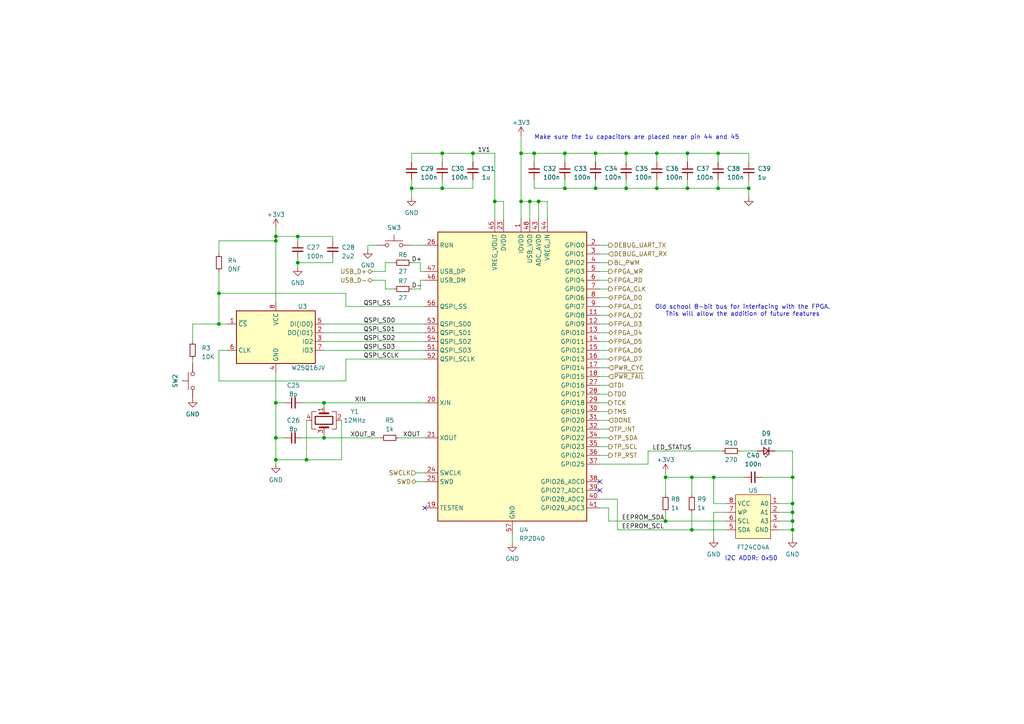
<source format=kicad_sch>
(kicad_sch
	(version 20231120)
	(generator "eeschema")
	(generator_version "8.0")
	(uuid "9635b207-be56-4692-b7be-abdb3712be18")
	(paper "A4")
	(title_block
		(title "RP2040 Microcontroller")
		(date "2024-03-11")
		(rev "1")
		(company "https://github.com/Cuprum77")
	)
	(lib_symbols
		(symbol "Cuprum:24C04"
			(exclude_from_sim no)
			(in_bom yes)
			(on_board yes)
			(property "Reference" "U"
				(at 0 7.62 0)
				(effects
					(font
						(size 1.27 1.27)
					)
				)
			)
			(property "Value" ""
				(at -2.54 2.54 0)
				(effects
					(font
						(size 1.27 1.27)
					)
				)
			)
			(property "Footprint" "Package_SO:SOP-8_3.9x4.9mm_P1.27mm"
				(at -2.54 2.54 0)
				(effects
					(font
						(size 1.27 1.27)
					)
					(hide yes)
				)
			)
			(property "Datasheet" ""
				(at -2.54 2.54 0)
				(effects
					(font
						(size 1.27 1.27)
					)
					(hide yes)
				)
			)
			(property "Description" ""
				(at 0 0 0)
				(effects
					(font
						(size 1.27 1.27)
					)
					(hide yes)
				)
			)
			(symbol "24C04_0_1"
				(rectangle
					(start -5.08 6.35)
					(end 5.08 -6.35)
					(stroke
						(width 0)
						(type default)
					)
					(fill
						(type background)
					)
				)
			)
			(symbol "24C04_1_1"
				(pin input line
					(at -7.62 3.81 0)
					(length 2.54)
					(name "A0"
						(effects
							(font
								(size 1.27 1.27)
							)
						)
					)
					(number "1"
						(effects
							(font
								(size 1.27 1.27)
							)
						)
					)
				)
				(pin input line
					(at -7.62 1.27 0)
					(length 2.54)
					(name "A1"
						(effects
							(font
								(size 1.27 1.27)
							)
						)
					)
					(number "2"
						(effects
							(font
								(size 1.27 1.27)
							)
						)
					)
				)
				(pin input line
					(at -7.62 -1.27 0)
					(length 2.54)
					(name "A3"
						(effects
							(font
								(size 1.27 1.27)
							)
						)
					)
					(number "3"
						(effects
							(font
								(size 1.27 1.27)
							)
						)
					)
				)
				(pin input line
					(at -7.62 -3.81 0)
					(length 2.54)
					(name "GND"
						(effects
							(font
								(size 1.27 1.27)
							)
						)
					)
					(number "4"
						(effects
							(font
								(size 1.27 1.27)
							)
						)
					)
				)
				(pin input line
					(at 7.62 -3.81 180)
					(length 2.54)
					(name "SDA"
						(effects
							(font
								(size 1.27 1.27)
							)
						)
					)
					(number "5"
						(effects
							(font
								(size 1.27 1.27)
							)
						)
					)
				)
				(pin input line
					(at 7.62 -1.27 180)
					(length 2.54)
					(name "SCL"
						(effects
							(font
								(size 1.27 1.27)
							)
						)
					)
					(number "6"
						(effects
							(font
								(size 1.27 1.27)
							)
						)
					)
				)
				(pin input line
					(at 7.62 1.27 180)
					(length 2.54)
					(name "WP"
						(effects
							(font
								(size 1.27 1.27)
							)
						)
					)
					(number "7"
						(effects
							(font
								(size 1.27 1.27)
							)
						)
					)
				)
				(pin input line
					(at 7.62 3.81 180)
					(length 2.54)
					(name "VCC"
						(effects
							(font
								(size 1.27 1.27)
							)
						)
					)
					(number "8"
						(effects
							(font
								(size 1.27 1.27)
							)
						)
					)
				)
			)
		)
		(symbol "Device:C_Small"
			(pin_numbers hide)
			(pin_names
				(offset 0.254) hide)
			(exclude_from_sim no)
			(in_bom yes)
			(on_board yes)
			(property "Reference" "C"
				(at 0.254 1.778 0)
				(effects
					(font
						(size 1.27 1.27)
					)
					(justify left)
				)
			)
			(property "Value" "C_Small"
				(at 0.254 -2.032 0)
				(effects
					(font
						(size 1.27 1.27)
					)
					(justify left)
				)
			)
			(property "Footprint" ""
				(at 0 0 0)
				(effects
					(font
						(size 1.27 1.27)
					)
					(hide yes)
				)
			)
			(property "Datasheet" "~"
				(at 0 0 0)
				(effects
					(font
						(size 1.27 1.27)
					)
					(hide yes)
				)
			)
			(property "Description" "Unpolarized capacitor, small symbol"
				(at 0 0 0)
				(effects
					(font
						(size 1.27 1.27)
					)
					(hide yes)
				)
			)
			(property "ki_keywords" "capacitor cap"
				(at 0 0 0)
				(effects
					(font
						(size 1.27 1.27)
					)
					(hide yes)
				)
			)
			(property "ki_fp_filters" "C_*"
				(at 0 0 0)
				(effects
					(font
						(size 1.27 1.27)
					)
					(hide yes)
				)
			)
			(symbol "C_Small_0_1"
				(polyline
					(pts
						(xy -1.524 -0.508) (xy 1.524 -0.508)
					)
					(stroke
						(width 0.3302)
						(type default)
					)
					(fill
						(type none)
					)
				)
				(polyline
					(pts
						(xy -1.524 0.508) (xy 1.524 0.508)
					)
					(stroke
						(width 0.3048)
						(type default)
					)
					(fill
						(type none)
					)
				)
			)
			(symbol "C_Small_1_1"
				(pin passive line
					(at 0 2.54 270)
					(length 2.032)
					(name "~"
						(effects
							(font
								(size 1.27 1.27)
							)
						)
					)
					(number "1"
						(effects
							(font
								(size 1.27 1.27)
							)
						)
					)
				)
				(pin passive line
					(at 0 -2.54 90)
					(length 2.032)
					(name "~"
						(effects
							(font
								(size 1.27 1.27)
							)
						)
					)
					(number "2"
						(effects
							(font
								(size 1.27 1.27)
							)
						)
					)
				)
			)
		)
		(symbol "Device:Crystal_GND24"
			(pin_names
				(offset 1.016) hide)
			(exclude_from_sim no)
			(in_bom yes)
			(on_board yes)
			(property "Reference" "Y"
				(at 3.175 5.08 0)
				(effects
					(font
						(size 1.27 1.27)
					)
					(justify left)
				)
			)
			(property "Value" "Crystal_GND24"
				(at 3.175 3.175 0)
				(effects
					(font
						(size 1.27 1.27)
					)
					(justify left)
				)
			)
			(property "Footprint" ""
				(at 0 0 0)
				(effects
					(font
						(size 1.27 1.27)
					)
					(hide yes)
				)
			)
			(property "Datasheet" "~"
				(at 0 0 0)
				(effects
					(font
						(size 1.27 1.27)
					)
					(hide yes)
				)
			)
			(property "Description" "Four pin crystal, GND on pins 2 and 4"
				(at 0 0 0)
				(effects
					(font
						(size 1.27 1.27)
					)
					(hide yes)
				)
			)
			(property "ki_keywords" "quartz ceramic resonator oscillator"
				(at 0 0 0)
				(effects
					(font
						(size 1.27 1.27)
					)
					(hide yes)
				)
			)
			(property "ki_fp_filters" "Crystal*"
				(at 0 0 0)
				(effects
					(font
						(size 1.27 1.27)
					)
					(hide yes)
				)
			)
			(symbol "Crystal_GND24_0_1"
				(rectangle
					(start -1.143 2.54)
					(end 1.143 -2.54)
					(stroke
						(width 0.3048)
						(type default)
					)
					(fill
						(type none)
					)
				)
				(polyline
					(pts
						(xy -2.54 0) (xy -2.032 0)
					)
					(stroke
						(width 0)
						(type default)
					)
					(fill
						(type none)
					)
				)
				(polyline
					(pts
						(xy -2.032 -1.27) (xy -2.032 1.27)
					)
					(stroke
						(width 0.508)
						(type default)
					)
					(fill
						(type none)
					)
				)
				(polyline
					(pts
						(xy 0 -3.81) (xy 0 -3.556)
					)
					(stroke
						(width 0)
						(type default)
					)
					(fill
						(type none)
					)
				)
				(polyline
					(pts
						(xy 0 3.556) (xy 0 3.81)
					)
					(stroke
						(width 0)
						(type default)
					)
					(fill
						(type none)
					)
				)
				(polyline
					(pts
						(xy 2.032 -1.27) (xy 2.032 1.27)
					)
					(stroke
						(width 0.508)
						(type default)
					)
					(fill
						(type none)
					)
				)
				(polyline
					(pts
						(xy 2.032 0) (xy 2.54 0)
					)
					(stroke
						(width 0)
						(type default)
					)
					(fill
						(type none)
					)
				)
				(polyline
					(pts
						(xy -2.54 -2.286) (xy -2.54 -3.556) (xy 2.54 -3.556) (xy 2.54 -2.286)
					)
					(stroke
						(width 0)
						(type default)
					)
					(fill
						(type none)
					)
				)
				(polyline
					(pts
						(xy -2.54 2.286) (xy -2.54 3.556) (xy 2.54 3.556) (xy 2.54 2.286)
					)
					(stroke
						(width 0)
						(type default)
					)
					(fill
						(type none)
					)
				)
			)
			(symbol "Crystal_GND24_1_1"
				(pin passive line
					(at -3.81 0 0)
					(length 1.27)
					(name "1"
						(effects
							(font
								(size 1.27 1.27)
							)
						)
					)
					(number "1"
						(effects
							(font
								(size 1.27 1.27)
							)
						)
					)
				)
				(pin passive line
					(at 0 5.08 270)
					(length 1.27)
					(name "2"
						(effects
							(font
								(size 1.27 1.27)
							)
						)
					)
					(number "2"
						(effects
							(font
								(size 1.27 1.27)
							)
						)
					)
				)
				(pin passive line
					(at 3.81 0 180)
					(length 1.27)
					(name "3"
						(effects
							(font
								(size 1.27 1.27)
							)
						)
					)
					(number "3"
						(effects
							(font
								(size 1.27 1.27)
							)
						)
					)
				)
				(pin passive line
					(at 0 -5.08 90)
					(length 1.27)
					(name "4"
						(effects
							(font
								(size 1.27 1.27)
							)
						)
					)
					(number "4"
						(effects
							(font
								(size 1.27 1.27)
							)
						)
					)
				)
			)
		)
		(symbol "Device:LED_Small"
			(pin_numbers hide)
			(pin_names
				(offset 0.254) hide)
			(exclude_from_sim no)
			(in_bom yes)
			(on_board yes)
			(property "Reference" "D"
				(at -1.27 3.175 0)
				(effects
					(font
						(size 1.27 1.27)
					)
					(justify left)
				)
			)
			(property "Value" "LED_Small"
				(at -4.445 -2.54 0)
				(effects
					(font
						(size 1.27 1.27)
					)
					(justify left)
				)
			)
			(property "Footprint" ""
				(at 0 0 90)
				(effects
					(font
						(size 1.27 1.27)
					)
					(hide yes)
				)
			)
			(property "Datasheet" "~"
				(at 0 0 90)
				(effects
					(font
						(size 1.27 1.27)
					)
					(hide yes)
				)
			)
			(property "Description" "Light emitting diode, small symbol"
				(at 0 0 0)
				(effects
					(font
						(size 1.27 1.27)
					)
					(hide yes)
				)
			)
			(property "ki_keywords" "LED diode light-emitting-diode"
				(at 0 0 0)
				(effects
					(font
						(size 1.27 1.27)
					)
					(hide yes)
				)
			)
			(property "ki_fp_filters" "LED* LED_SMD:* LED_THT:*"
				(at 0 0 0)
				(effects
					(font
						(size 1.27 1.27)
					)
					(hide yes)
				)
			)
			(symbol "LED_Small_0_1"
				(polyline
					(pts
						(xy -0.762 -1.016) (xy -0.762 1.016)
					)
					(stroke
						(width 0.254)
						(type default)
					)
					(fill
						(type none)
					)
				)
				(polyline
					(pts
						(xy 1.016 0) (xy -0.762 0)
					)
					(stroke
						(width 0)
						(type default)
					)
					(fill
						(type none)
					)
				)
				(polyline
					(pts
						(xy 0.762 -1.016) (xy -0.762 0) (xy 0.762 1.016) (xy 0.762 -1.016)
					)
					(stroke
						(width 0.254)
						(type default)
					)
					(fill
						(type none)
					)
				)
				(polyline
					(pts
						(xy 0 0.762) (xy -0.508 1.27) (xy -0.254 1.27) (xy -0.508 1.27) (xy -0.508 1.016)
					)
					(stroke
						(width 0)
						(type default)
					)
					(fill
						(type none)
					)
				)
				(polyline
					(pts
						(xy 0.508 1.27) (xy 0 1.778) (xy 0.254 1.778) (xy 0 1.778) (xy 0 1.524)
					)
					(stroke
						(width 0)
						(type default)
					)
					(fill
						(type none)
					)
				)
			)
			(symbol "LED_Small_1_1"
				(pin passive line
					(at -2.54 0 0)
					(length 1.778)
					(name "K"
						(effects
							(font
								(size 1.27 1.27)
							)
						)
					)
					(number "1"
						(effects
							(font
								(size 1.27 1.27)
							)
						)
					)
				)
				(pin passive line
					(at 2.54 0 180)
					(length 1.778)
					(name "A"
						(effects
							(font
								(size 1.27 1.27)
							)
						)
					)
					(number "2"
						(effects
							(font
								(size 1.27 1.27)
							)
						)
					)
				)
			)
		)
		(symbol "Device:R_Small"
			(pin_numbers hide)
			(pin_names
				(offset 0.254) hide)
			(exclude_from_sim no)
			(in_bom yes)
			(on_board yes)
			(property "Reference" "R"
				(at 0.762 0.508 0)
				(effects
					(font
						(size 1.27 1.27)
					)
					(justify left)
				)
			)
			(property "Value" "R_Small"
				(at 0.762 -1.016 0)
				(effects
					(font
						(size 1.27 1.27)
					)
					(justify left)
				)
			)
			(property "Footprint" ""
				(at 0 0 0)
				(effects
					(font
						(size 1.27 1.27)
					)
					(hide yes)
				)
			)
			(property "Datasheet" "~"
				(at 0 0 0)
				(effects
					(font
						(size 1.27 1.27)
					)
					(hide yes)
				)
			)
			(property "Description" "Resistor, small symbol"
				(at 0 0 0)
				(effects
					(font
						(size 1.27 1.27)
					)
					(hide yes)
				)
			)
			(property "ki_keywords" "R resistor"
				(at 0 0 0)
				(effects
					(font
						(size 1.27 1.27)
					)
					(hide yes)
				)
			)
			(property "ki_fp_filters" "R_*"
				(at 0 0 0)
				(effects
					(font
						(size 1.27 1.27)
					)
					(hide yes)
				)
			)
			(symbol "R_Small_0_1"
				(rectangle
					(start -0.762 1.778)
					(end 0.762 -1.778)
					(stroke
						(width 0.2032)
						(type default)
					)
					(fill
						(type none)
					)
				)
			)
			(symbol "R_Small_1_1"
				(pin passive line
					(at 0 2.54 270)
					(length 0.762)
					(name "~"
						(effects
							(font
								(size 1.27 1.27)
							)
						)
					)
					(number "1"
						(effects
							(font
								(size 1.27 1.27)
							)
						)
					)
				)
				(pin passive line
					(at 0 -2.54 90)
					(length 0.762)
					(name "~"
						(effects
							(font
								(size 1.27 1.27)
							)
						)
					)
					(number "2"
						(effects
							(font
								(size 1.27 1.27)
							)
						)
					)
				)
			)
		)
		(symbol "MCU_RaspberryPi:RP2040"
			(exclude_from_sim no)
			(in_bom yes)
			(on_board yes)
			(property "Reference" "U"
				(at 17.78 45.72 0)
				(effects
					(font
						(size 1.27 1.27)
					)
				)
			)
			(property "Value" "RP2040"
				(at 17.78 43.18 0)
				(effects
					(font
						(size 1.27 1.27)
					)
				)
			)
			(property "Footprint" "Package_DFN_QFN:QFN-56-1EP_7x7mm_P0.4mm_EP3.2x3.2mm"
				(at 0 0 0)
				(effects
					(font
						(size 1.27 1.27)
					)
					(hide yes)
				)
			)
			(property "Datasheet" "https://datasheets.raspberrypi.com/rp2040/rp2040-datasheet.pdf"
				(at 0 0 0)
				(effects
					(font
						(size 1.27 1.27)
					)
					(hide yes)
				)
			)
			(property "Description" "A microcontroller by Raspberry Pi"
				(at 0 0 0)
				(effects
					(font
						(size 1.27 1.27)
					)
					(hide yes)
				)
			)
			(property "ki_keywords" "RP2040 ARM Cortex-M0+ USB"
				(at 0 0 0)
				(effects
					(font
						(size 1.27 1.27)
					)
					(hide yes)
				)
			)
			(property "ki_fp_filters" "QFN*1EP*7x7mm?P0.4mm*"
				(at 0 0 0)
				(effects
					(font
						(size 1.27 1.27)
					)
					(hide yes)
				)
			)
			(symbol "RP2040_0_1"
				(rectangle
					(start -21.59 41.91)
					(end 21.59 -41.91)
					(stroke
						(width 0.254)
						(type default)
					)
					(fill
						(type background)
					)
				)
			)
			(symbol "RP2040_1_1"
				(pin power_in line
					(at 2.54 45.72 270)
					(length 3.81)
					(name "IOVDD"
						(effects
							(font
								(size 1.27 1.27)
							)
						)
					)
					(number "1"
						(effects
							(font
								(size 1.27 1.27)
							)
						)
					)
				)
				(pin passive line
					(at 2.54 45.72 270)
					(length 3.81) hide
					(name "IOVDD"
						(effects
							(font
								(size 1.27 1.27)
							)
						)
					)
					(number "10"
						(effects
							(font
								(size 1.27 1.27)
							)
						)
					)
				)
				(pin bidirectional line
					(at 25.4 17.78 180)
					(length 3.81)
					(name "GPIO8"
						(effects
							(font
								(size 1.27 1.27)
							)
						)
					)
					(number "11"
						(effects
							(font
								(size 1.27 1.27)
							)
						)
					)
				)
				(pin bidirectional line
					(at 25.4 15.24 180)
					(length 3.81)
					(name "GPIO9"
						(effects
							(font
								(size 1.27 1.27)
							)
						)
					)
					(number "12"
						(effects
							(font
								(size 1.27 1.27)
							)
						)
					)
				)
				(pin bidirectional line
					(at 25.4 12.7 180)
					(length 3.81)
					(name "GPIO10"
						(effects
							(font
								(size 1.27 1.27)
							)
						)
					)
					(number "13"
						(effects
							(font
								(size 1.27 1.27)
							)
						)
					)
				)
				(pin bidirectional line
					(at 25.4 10.16 180)
					(length 3.81)
					(name "GPIO11"
						(effects
							(font
								(size 1.27 1.27)
							)
						)
					)
					(number "14"
						(effects
							(font
								(size 1.27 1.27)
							)
						)
					)
				)
				(pin bidirectional line
					(at 25.4 7.62 180)
					(length 3.81)
					(name "GPIO12"
						(effects
							(font
								(size 1.27 1.27)
							)
						)
					)
					(number "15"
						(effects
							(font
								(size 1.27 1.27)
							)
						)
					)
				)
				(pin bidirectional line
					(at 25.4 5.08 180)
					(length 3.81)
					(name "GPIO13"
						(effects
							(font
								(size 1.27 1.27)
							)
						)
					)
					(number "16"
						(effects
							(font
								(size 1.27 1.27)
							)
						)
					)
				)
				(pin bidirectional line
					(at 25.4 2.54 180)
					(length 3.81)
					(name "GPIO14"
						(effects
							(font
								(size 1.27 1.27)
							)
						)
					)
					(number "17"
						(effects
							(font
								(size 1.27 1.27)
							)
						)
					)
				)
				(pin bidirectional line
					(at 25.4 0 180)
					(length 3.81)
					(name "GPIO15"
						(effects
							(font
								(size 1.27 1.27)
							)
						)
					)
					(number "18"
						(effects
							(font
								(size 1.27 1.27)
							)
						)
					)
				)
				(pin input line
					(at -25.4 -38.1 0)
					(length 3.81)
					(name "TESTEN"
						(effects
							(font
								(size 1.27 1.27)
							)
						)
					)
					(number "19"
						(effects
							(font
								(size 1.27 1.27)
							)
						)
					)
				)
				(pin bidirectional line
					(at 25.4 38.1 180)
					(length 3.81)
					(name "GPIO0"
						(effects
							(font
								(size 1.27 1.27)
							)
						)
					)
					(number "2"
						(effects
							(font
								(size 1.27 1.27)
							)
						)
					)
				)
				(pin input line
					(at -25.4 -7.62 0)
					(length 3.81)
					(name "XIN"
						(effects
							(font
								(size 1.27 1.27)
							)
						)
					)
					(number "20"
						(effects
							(font
								(size 1.27 1.27)
							)
						)
					)
				)
				(pin passive line
					(at -25.4 -17.78 0)
					(length 3.81)
					(name "XOUT"
						(effects
							(font
								(size 1.27 1.27)
							)
						)
					)
					(number "21"
						(effects
							(font
								(size 1.27 1.27)
							)
						)
					)
				)
				(pin passive line
					(at 2.54 45.72 270)
					(length 3.81) hide
					(name "IOVDD"
						(effects
							(font
								(size 1.27 1.27)
							)
						)
					)
					(number "22"
						(effects
							(font
								(size 1.27 1.27)
							)
						)
					)
				)
				(pin power_in line
					(at -2.54 45.72 270)
					(length 3.81)
					(name "DVDD"
						(effects
							(font
								(size 1.27 1.27)
							)
						)
					)
					(number "23"
						(effects
							(font
								(size 1.27 1.27)
							)
						)
					)
				)
				(pin output line
					(at -25.4 -27.94 0)
					(length 3.81)
					(name "SWCLK"
						(effects
							(font
								(size 1.27 1.27)
							)
						)
					)
					(number "24"
						(effects
							(font
								(size 1.27 1.27)
							)
						)
					)
				)
				(pin bidirectional line
					(at -25.4 -30.48 0)
					(length 3.81)
					(name "SWD"
						(effects
							(font
								(size 1.27 1.27)
							)
						)
					)
					(number "25"
						(effects
							(font
								(size 1.27 1.27)
							)
						)
					)
				)
				(pin input line
					(at -25.4 38.1 0)
					(length 3.81)
					(name "RUN"
						(effects
							(font
								(size 1.27 1.27)
							)
						)
					)
					(number "26"
						(effects
							(font
								(size 1.27 1.27)
							)
						)
					)
				)
				(pin bidirectional line
					(at 25.4 -2.54 180)
					(length 3.81)
					(name "GPIO16"
						(effects
							(font
								(size 1.27 1.27)
							)
						)
					)
					(number "27"
						(effects
							(font
								(size 1.27 1.27)
							)
						)
					)
				)
				(pin bidirectional line
					(at 25.4 -5.08 180)
					(length 3.81)
					(name "GPIO17"
						(effects
							(font
								(size 1.27 1.27)
							)
						)
					)
					(number "28"
						(effects
							(font
								(size 1.27 1.27)
							)
						)
					)
				)
				(pin bidirectional line
					(at 25.4 -7.62 180)
					(length 3.81)
					(name "GPIO18"
						(effects
							(font
								(size 1.27 1.27)
							)
						)
					)
					(number "29"
						(effects
							(font
								(size 1.27 1.27)
							)
						)
					)
				)
				(pin bidirectional line
					(at 25.4 35.56 180)
					(length 3.81)
					(name "GPIO1"
						(effects
							(font
								(size 1.27 1.27)
							)
						)
					)
					(number "3"
						(effects
							(font
								(size 1.27 1.27)
							)
						)
					)
				)
				(pin bidirectional line
					(at 25.4 -10.16 180)
					(length 3.81)
					(name "GPIO19"
						(effects
							(font
								(size 1.27 1.27)
							)
						)
					)
					(number "30"
						(effects
							(font
								(size 1.27 1.27)
							)
						)
					)
				)
				(pin bidirectional line
					(at 25.4 -12.7 180)
					(length 3.81)
					(name "GPIO20"
						(effects
							(font
								(size 1.27 1.27)
							)
						)
					)
					(number "31"
						(effects
							(font
								(size 1.27 1.27)
							)
						)
					)
				)
				(pin bidirectional line
					(at 25.4 -15.24 180)
					(length 3.81)
					(name "GPIO21"
						(effects
							(font
								(size 1.27 1.27)
							)
						)
					)
					(number "32"
						(effects
							(font
								(size 1.27 1.27)
							)
						)
					)
				)
				(pin passive line
					(at 2.54 45.72 270)
					(length 3.81) hide
					(name "IOVDD"
						(effects
							(font
								(size 1.27 1.27)
							)
						)
					)
					(number "33"
						(effects
							(font
								(size 1.27 1.27)
							)
						)
					)
				)
				(pin bidirectional line
					(at 25.4 -17.78 180)
					(length 3.81)
					(name "GPIO22"
						(effects
							(font
								(size 1.27 1.27)
							)
						)
					)
					(number "34"
						(effects
							(font
								(size 1.27 1.27)
							)
						)
					)
				)
				(pin bidirectional line
					(at 25.4 -20.32 180)
					(length 3.81)
					(name "GPIO23"
						(effects
							(font
								(size 1.27 1.27)
							)
						)
					)
					(number "35"
						(effects
							(font
								(size 1.27 1.27)
							)
						)
					)
				)
				(pin bidirectional line
					(at 25.4 -22.86 180)
					(length 3.81)
					(name "GPIO24"
						(effects
							(font
								(size 1.27 1.27)
							)
						)
					)
					(number "36"
						(effects
							(font
								(size 1.27 1.27)
							)
						)
					)
				)
				(pin bidirectional line
					(at 25.4 -25.4 180)
					(length 3.81)
					(name "GPIO25"
						(effects
							(font
								(size 1.27 1.27)
							)
						)
					)
					(number "37"
						(effects
							(font
								(size 1.27 1.27)
							)
						)
					)
				)
				(pin bidirectional line
					(at 25.4 -30.48 180)
					(length 3.81)
					(name "GPIO26_ADC0"
						(effects
							(font
								(size 1.27 1.27)
							)
						)
					)
					(number "38"
						(effects
							(font
								(size 1.27 1.27)
							)
						)
					)
				)
				(pin bidirectional line
					(at 25.4 -33.02 180)
					(length 3.81)
					(name "GPIO27_ADC1"
						(effects
							(font
								(size 1.27 1.27)
							)
						)
					)
					(number "39"
						(effects
							(font
								(size 1.27 1.27)
							)
						)
					)
				)
				(pin bidirectional line
					(at 25.4 33.02 180)
					(length 3.81)
					(name "GPIO2"
						(effects
							(font
								(size 1.27 1.27)
							)
						)
					)
					(number "4"
						(effects
							(font
								(size 1.27 1.27)
							)
						)
					)
				)
				(pin bidirectional line
					(at 25.4 -35.56 180)
					(length 3.81)
					(name "GPIO28_ADC2"
						(effects
							(font
								(size 1.27 1.27)
							)
						)
					)
					(number "40"
						(effects
							(font
								(size 1.27 1.27)
							)
						)
					)
				)
				(pin bidirectional line
					(at 25.4 -38.1 180)
					(length 3.81)
					(name "GPIO29_ADC3"
						(effects
							(font
								(size 1.27 1.27)
							)
						)
					)
					(number "41"
						(effects
							(font
								(size 1.27 1.27)
							)
						)
					)
				)
				(pin passive line
					(at 2.54 45.72 270)
					(length 3.81) hide
					(name "IOVDD"
						(effects
							(font
								(size 1.27 1.27)
							)
						)
					)
					(number "42"
						(effects
							(font
								(size 1.27 1.27)
							)
						)
					)
				)
				(pin power_in line
					(at 7.62 45.72 270)
					(length 3.81)
					(name "ADC_AVDD"
						(effects
							(font
								(size 1.27 1.27)
							)
						)
					)
					(number "43"
						(effects
							(font
								(size 1.27 1.27)
							)
						)
					)
				)
				(pin power_in line
					(at 10.16 45.72 270)
					(length 3.81)
					(name "VREG_IN"
						(effects
							(font
								(size 1.27 1.27)
							)
						)
					)
					(number "44"
						(effects
							(font
								(size 1.27 1.27)
							)
						)
					)
				)
				(pin power_out line
					(at -5.08 45.72 270)
					(length 3.81)
					(name "VREG_VOUT"
						(effects
							(font
								(size 1.27 1.27)
							)
						)
					)
					(number "45"
						(effects
							(font
								(size 1.27 1.27)
							)
						)
					)
				)
				(pin bidirectional line
					(at -25.4 27.94 0)
					(length 3.81)
					(name "USB_DM"
						(effects
							(font
								(size 1.27 1.27)
							)
						)
					)
					(number "46"
						(effects
							(font
								(size 1.27 1.27)
							)
						)
					)
				)
				(pin bidirectional line
					(at -25.4 30.48 0)
					(length 3.81)
					(name "USB_DP"
						(effects
							(font
								(size 1.27 1.27)
							)
						)
					)
					(number "47"
						(effects
							(font
								(size 1.27 1.27)
							)
						)
					)
				)
				(pin power_in line
					(at 5.08 45.72 270)
					(length 3.81)
					(name "USB_VDD"
						(effects
							(font
								(size 1.27 1.27)
							)
						)
					)
					(number "48"
						(effects
							(font
								(size 1.27 1.27)
							)
						)
					)
				)
				(pin passive line
					(at 2.54 45.72 270)
					(length 3.81) hide
					(name "IOVDD"
						(effects
							(font
								(size 1.27 1.27)
							)
						)
					)
					(number "49"
						(effects
							(font
								(size 1.27 1.27)
							)
						)
					)
				)
				(pin bidirectional line
					(at 25.4 30.48 180)
					(length 3.81)
					(name "GPIO3"
						(effects
							(font
								(size 1.27 1.27)
							)
						)
					)
					(number "5"
						(effects
							(font
								(size 1.27 1.27)
							)
						)
					)
				)
				(pin passive line
					(at -2.54 45.72 270)
					(length 3.81) hide
					(name "DVDD"
						(effects
							(font
								(size 1.27 1.27)
							)
						)
					)
					(number "50"
						(effects
							(font
								(size 1.27 1.27)
							)
						)
					)
				)
				(pin bidirectional line
					(at -25.4 7.62 0)
					(length 3.81)
					(name "QSPI_SD3"
						(effects
							(font
								(size 1.27 1.27)
							)
						)
					)
					(number "51"
						(effects
							(font
								(size 1.27 1.27)
							)
						)
					)
				)
				(pin output line
					(at -25.4 5.08 0)
					(length 3.81)
					(name "QSPI_SCLK"
						(effects
							(font
								(size 1.27 1.27)
							)
						)
					)
					(number "52"
						(effects
							(font
								(size 1.27 1.27)
							)
						)
					)
				)
				(pin bidirectional line
					(at -25.4 15.24 0)
					(length 3.81)
					(name "QSPI_SD0"
						(effects
							(font
								(size 1.27 1.27)
							)
						)
					)
					(number "53"
						(effects
							(font
								(size 1.27 1.27)
							)
						)
					)
				)
				(pin bidirectional line
					(at -25.4 10.16 0)
					(length 3.81)
					(name "QSPI_SD2"
						(effects
							(font
								(size 1.27 1.27)
							)
						)
					)
					(number "54"
						(effects
							(font
								(size 1.27 1.27)
							)
						)
					)
				)
				(pin bidirectional line
					(at -25.4 12.7 0)
					(length 3.81)
					(name "QSPI_SD1"
						(effects
							(font
								(size 1.27 1.27)
							)
						)
					)
					(number "55"
						(effects
							(font
								(size 1.27 1.27)
							)
						)
					)
				)
				(pin bidirectional line
					(at -25.4 20.32 0)
					(length 3.81)
					(name "QSPI_SS"
						(effects
							(font
								(size 1.27 1.27)
							)
						)
					)
					(number "56"
						(effects
							(font
								(size 1.27 1.27)
							)
						)
					)
				)
				(pin power_in line
					(at 0 -45.72 90)
					(length 3.81)
					(name "GND"
						(effects
							(font
								(size 1.27 1.27)
							)
						)
					)
					(number "57"
						(effects
							(font
								(size 1.27 1.27)
							)
						)
					)
				)
				(pin bidirectional line
					(at 25.4 27.94 180)
					(length 3.81)
					(name "GPIO4"
						(effects
							(font
								(size 1.27 1.27)
							)
						)
					)
					(number "6"
						(effects
							(font
								(size 1.27 1.27)
							)
						)
					)
				)
				(pin bidirectional line
					(at 25.4 25.4 180)
					(length 3.81)
					(name "GPIO5"
						(effects
							(font
								(size 1.27 1.27)
							)
						)
					)
					(number "7"
						(effects
							(font
								(size 1.27 1.27)
							)
						)
					)
				)
				(pin bidirectional line
					(at 25.4 22.86 180)
					(length 3.81)
					(name "GPIO6"
						(effects
							(font
								(size 1.27 1.27)
							)
						)
					)
					(number "8"
						(effects
							(font
								(size 1.27 1.27)
							)
						)
					)
				)
				(pin bidirectional line
					(at 25.4 20.32 180)
					(length 3.81)
					(name "GPIO7"
						(effects
							(font
								(size 1.27 1.27)
							)
						)
					)
					(number "9"
						(effects
							(font
								(size 1.27 1.27)
							)
						)
					)
				)
			)
		)
		(symbol "Memory_Flash:W25Q32JVSS"
			(exclude_from_sim no)
			(in_bom yes)
			(on_board yes)
			(property "Reference" "U3"
				(at 6.35 8.89 0)
				(effects
					(font
						(size 1.27 1.27)
					)
					(justify left)
				)
			)
			(property "Value" "W25Q16JV"
				(at 4.445 -8.89 0)
				(effects
					(font
						(size 1.27 1.27)
					)
					(justify left)
				)
			)
			(property "Footprint" "KiCAD Library:W25Q16JVUXIQ TR"
				(at 1.27 -19.05 0)
				(effects
					(font
						(size 1.27 1.27)
					)
					(hide yes)
				)
			)
			(property "Datasheet" "http://www.winbond.com/resource-files/w25q32jv%20revg%2003272018%20plus.pdf"
				(at 0 -19.05 0)
				(effects
					(font
						(size 1.27 1.27)
					)
					(hide yes)
				)
			)
			(property "Description" ""
				(at 0 0 0)
				(effects
					(font
						(size 1.27 1.27)
					)
					(hide yes)
				)
			)
			(property "ki_keywords" "flash memory SPI"
				(at 0 0 0)
				(effects
					(font
						(size 1.27 1.27)
					)
					(hide yes)
				)
			)
			(property "ki_fp_filters" "SOIC*5.23x5.23mm*P1.27mm*"
				(at 0 0 0)
				(effects
					(font
						(size 1.27 1.27)
					)
					(hide yes)
				)
			)
			(symbol "W25Q32JVSS_0_1"
				(rectangle
					(start -11.43 7.62)
					(end 11.43 -7.62)
					(stroke
						(width 0.254)
						(type default)
					)
					(fill
						(type background)
					)
				)
			)
			(symbol "W25Q32JVSS_1_1"
				(pin input line
					(at -13.97 3.81 0)
					(length 2.54)
					(name "~{CS}"
						(effects
							(font
								(size 1.27 1.27)
							)
						)
					)
					(number "1"
						(effects
							(font
								(size 1.27 1.27)
							)
						)
					)
				)
				(pin bidirectional line
					(at 13.97 1.27 180)
					(length 2.54)
					(name "DO(IO1)"
						(effects
							(font
								(size 1.27 1.27)
							)
						)
					)
					(number "2"
						(effects
							(font
								(size 1.27 1.27)
							)
						)
					)
				)
				(pin bidirectional line
					(at 13.97 -1.27 180)
					(length 2.54)
					(name "IO2"
						(effects
							(font
								(size 1.27 1.27)
							)
						)
					)
					(number "3"
						(effects
							(font
								(size 1.27 1.27)
							)
						)
					)
				)
				(pin power_in line
					(at 0 -10.16 90)
					(length 2.54)
					(name "GND"
						(effects
							(font
								(size 1.27 1.27)
							)
						)
					)
					(number "4"
						(effects
							(font
								(size 1.27 1.27)
							)
						)
					)
				)
				(pin bidirectional line
					(at 13.97 3.81 180)
					(length 2.54)
					(name "DI(IO0)"
						(effects
							(font
								(size 1.27 1.27)
							)
						)
					)
					(number "5"
						(effects
							(font
								(size 1.27 1.27)
							)
						)
					)
				)
				(pin input line
					(at -13.97 -3.81 0)
					(length 2.54)
					(name "CLK"
						(effects
							(font
								(size 1.27 1.27)
							)
						)
					)
					(number "6"
						(effects
							(font
								(size 1.27 1.27)
							)
						)
					)
				)
				(pin bidirectional line
					(at 13.97 -3.81 180)
					(length 2.54)
					(name "IO3"
						(effects
							(font
								(size 1.27 1.27)
							)
						)
					)
					(number "7"
						(effects
							(font
								(size 1.27 1.27)
							)
						)
					)
				)
				(pin power_in line
					(at 0 10.16 270)
					(length 2.54)
					(name "VCC"
						(effects
							(font
								(size 1.27 1.27)
							)
						)
					)
					(number "8"
						(effects
							(font
								(size 1.27 1.27)
							)
						)
					)
				)
				(pin power_in line
					(at 0 -10.16 90)
					(length 2.54) hide
					(name "GND"
						(effects
							(font
								(size 1.27 1.27)
							)
						)
					)
					(number "9"
						(effects
							(font
								(size 1.27 1.27)
							)
						)
					)
				)
			)
		)
		(symbol "Switch:SW_Push"
			(pin_numbers hide)
			(pin_names
				(offset 1.016) hide)
			(exclude_from_sim no)
			(in_bom yes)
			(on_board yes)
			(property "Reference" "SW"
				(at 1.27 2.54 0)
				(effects
					(font
						(size 1.27 1.27)
					)
					(justify left)
				)
			)
			(property "Value" "SW_Push"
				(at 0 -1.524 0)
				(effects
					(font
						(size 1.27 1.27)
					)
				)
			)
			(property "Footprint" ""
				(at 0 5.08 0)
				(effects
					(font
						(size 1.27 1.27)
					)
					(hide yes)
				)
			)
			(property "Datasheet" "~"
				(at 0 5.08 0)
				(effects
					(font
						(size 1.27 1.27)
					)
					(hide yes)
				)
			)
			(property "Description" "Push button switch, generic, two pins"
				(at 0 0 0)
				(effects
					(font
						(size 1.27 1.27)
					)
					(hide yes)
				)
			)
			(property "ki_keywords" "switch normally-open pushbutton push-button"
				(at 0 0 0)
				(effects
					(font
						(size 1.27 1.27)
					)
					(hide yes)
				)
			)
			(symbol "SW_Push_0_1"
				(circle
					(center -2.032 0)
					(radius 0.508)
					(stroke
						(width 0)
						(type default)
					)
					(fill
						(type none)
					)
				)
				(polyline
					(pts
						(xy 0 1.27) (xy 0 3.048)
					)
					(stroke
						(width 0)
						(type default)
					)
					(fill
						(type none)
					)
				)
				(polyline
					(pts
						(xy 2.54 1.27) (xy -2.54 1.27)
					)
					(stroke
						(width 0)
						(type default)
					)
					(fill
						(type none)
					)
				)
				(circle
					(center 2.032 0)
					(radius 0.508)
					(stroke
						(width 0)
						(type default)
					)
					(fill
						(type none)
					)
				)
				(pin passive line
					(at -5.08 0 0)
					(length 2.54)
					(name "1"
						(effects
							(font
								(size 1.27 1.27)
							)
						)
					)
					(number "1"
						(effects
							(font
								(size 1.27 1.27)
							)
						)
					)
				)
				(pin passive line
					(at 5.08 0 180)
					(length 2.54)
					(name "2"
						(effects
							(font
								(size 1.27 1.27)
							)
						)
					)
					(number "2"
						(effects
							(font
								(size 1.27 1.27)
							)
						)
					)
				)
			)
		)
		(symbol "power:+3V3"
			(power)
			(pin_names
				(offset 0)
			)
			(exclude_from_sim no)
			(in_bom yes)
			(on_board yes)
			(property "Reference" "#PWR"
				(at 0 -3.81 0)
				(effects
					(font
						(size 1.27 1.27)
					)
					(hide yes)
				)
			)
			(property "Value" "+3V3"
				(at 0 3.556 0)
				(effects
					(font
						(size 1.27 1.27)
					)
				)
			)
			(property "Footprint" ""
				(at 0 0 0)
				(effects
					(font
						(size 1.27 1.27)
					)
					(hide yes)
				)
			)
			(property "Datasheet" ""
				(at 0 0 0)
				(effects
					(font
						(size 1.27 1.27)
					)
					(hide yes)
				)
			)
			(property "Description" "Power symbol creates a global label with name \"+3V3\""
				(at 0 0 0)
				(effects
					(font
						(size 1.27 1.27)
					)
					(hide yes)
				)
			)
			(property "ki_keywords" "global power"
				(at 0 0 0)
				(effects
					(font
						(size 1.27 1.27)
					)
					(hide yes)
				)
			)
			(symbol "+3V3_0_1"
				(polyline
					(pts
						(xy -0.762 1.27) (xy 0 2.54)
					)
					(stroke
						(width 0)
						(type default)
					)
					(fill
						(type none)
					)
				)
				(polyline
					(pts
						(xy 0 0) (xy 0 2.54)
					)
					(stroke
						(width 0)
						(type default)
					)
					(fill
						(type none)
					)
				)
				(polyline
					(pts
						(xy 0 2.54) (xy 0.762 1.27)
					)
					(stroke
						(width 0)
						(type default)
					)
					(fill
						(type none)
					)
				)
			)
			(symbol "+3V3_1_1"
				(pin power_in line
					(at 0 0 90)
					(length 0) hide
					(name "+3V3"
						(effects
							(font
								(size 1.27 1.27)
							)
						)
					)
					(number "1"
						(effects
							(font
								(size 1.27 1.27)
							)
						)
					)
				)
			)
		)
		(symbol "power:GND"
			(power)
			(pin_names
				(offset 0)
			)
			(exclude_from_sim no)
			(in_bom yes)
			(on_board yes)
			(property "Reference" "#PWR"
				(at 0 -6.35 0)
				(effects
					(font
						(size 1.27 1.27)
					)
					(hide yes)
				)
			)
			(property "Value" "GND"
				(at 0 -3.81 0)
				(effects
					(font
						(size 1.27 1.27)
					)
				)
			)
			(property "Footprint" ""
				(at 0 0 0)
				(effects
					(font
						(size 1.27 1.27)
					)
					(hide yes)
				)
			)
			(property "Datasheet" ""
				(at 0 0 0)
				(effects
					(font
						(size 1.27 1.27)
					)
					(hide yes)
				)
			)
			(property "Description" "Power symbol creates a global label with name \"GND\" , ground"
				(at 0 0 0)
				(effects
					(font
						(size 1.27 1.27)
					)
					(hide yes)
				)
			)
			(property "ki_keywords" "power-flag"
				(at 0 0 0)
				(effects
					(font
						(size 1.27 1.27)
					)
					(hide yes)
				)
			)
			(symbol "GND_0_1"
				(polyline
					(pts
						(xy 0 0) (xy 0 -1.27) (xy 1.27 -1.27) (xy 0 -2.54) (xy -1.27 -1.27) (xy 0 -1.27)
					)
					(stroke
						(width 0)
						(type default)
					)
					(fill
						(type none)
					)
				)
			)
			(symbol "GND_1_1"
				(pin power_in line
					(at 0 0 270)
					(length 0) hide
					(name "GND"
						(effects
							(font
								(size 1.27 1.27)
							)
						)
					)
					(number "1"
						(effects
							(font
								(size 1.27 1.27)
							)
						)
					)
				)
			)
		)
	)
	(junction
		(at 151.13 44.45)
		(diameter 0)
		(color 0 0 0 0)
		(uuid "11cf1a78-5fb6-4e5c-ba2f-df0b069e14aa")
	)
	(junction
		(at 151.13 58.42)
		(diameter 0)
		(color 0 0 0 0)
		(uuid "15c46a01-b320-47c2-af82-4aef3eb2052f")
	)
	(junction
		(at 208.28 44.45)
		(diameter 0)
		(color 0 0 0 0)
		(uuid "26be9175-d704-4ac9-8b27-af90c4245028")
	)
	(junction
		(at 63.5 85.09)
		(diameter 0)
		(color 0 0 0 0)
		(uuid "36bf7c25-b804-4821-8c9d-2f989a1ce7aa")
	)
	(junction
		(at 93.98 116.84)
		(diameter 0)
		(color 0 0 0 0)
		(uuid "39eb0bea-7fee-411c-a599-6e53baa75f52")
	)
	(junction
		(at 229.87 148.59)
		(diameter 0)
		(color 0 0 0 0)
		(uuid "3c0a2d82-73d9-4310-81fe-2d2ff42bf8bd")
	)
	(junction
		(at 217.17 54.61)
		(diameter 0)
		(color 0 0 0 0)
		(uuid "3ede9c68-88f9-47cc-91cb-1ec4f1efff9b")
	)
	(junction
		(at 156.21 58.42)
		(diameter 0)
		(color 0 0 0 0)
		(uuid "4d5e1a88-13dc-400a-8776-559d1ec9a621")
	)
	(junction
		(at 229.87 153.67)
		(diameter 0)
		(color 0 0 0 0)
		(uuid "51440089-ab57-4e1b-aed6-d807e4fe5dce")
	)
	(junction
		(at 207.01 138.43)
		(diameter 0)
		(color 0 0 0 0)
		(uuid "51bd2af7-c953-43af-aea2-603c67a55e2c")
	)
	(junction
		(at 181.61 44.45)
		(diameter 0)
		(color 0 0 0 0)
		(uuid "5274f11f-80f0-4c3d-8fc4-16d4b63cc619")
	)
	(junction
		(at 229.87 146.05)
		(diameter 0)
		(color 0 0 0 0)
		(uuid "53404b3d-4e3a-4635-b9a9-ee3baa430fc7")
	)
	(junction
		(at 193.04 151.13)
		(diameter 0)
		(color 0 0 0 0)
		(uuid "5435adbe-f209-4b5d-a23c-56b073562035")
	)
	(junction
		(at 154.94 44.45)
		(diameter 0)
		(color 0 0 0 0)
		(uuid "628c2aa5-bda9-4ad2-8b04-07bf09323e1e")
	)
	(junction
		(at 208.28 54.61)
		(diameter 0)
		(color 0 0 0 0)
		(uuid "6b780d8f-2927-4dc7-a12c-800a97427837")
	)
	(junction
		(at 80.01 69.85)
		(diameter 0)
		(color 0 0 0 0)
		(uuid "7aac0e49-689d-4416-89a9-002edf51af69")
	)
	(junction
		(at 163.83 54.61)
		(diameter 0)
		(color 0 0 0 0)
		(uuid "7dedc295-db30-4013-8128-09e5fcc1360c")
	)
	(junction
		(at 137.16 44.45)
		(diameter 0)
		(color 0 0 0 0)
		(uuid "85bcf507-7607-4b69-a03e-19efca796eb6")
	)
	(junction
		(at 80.01 116.84)
		(diameter 0)
		(color 0 0 0 0)
		(uuid "8aad3803-7904-4355-9e7b-952a85ed3813")
	)
	(junction
		(at 119.38 54.61)
		(diameter 0)
		(color 0 0 0 0)
		(uuid "8ac097dc-9270-44c7-ae33-2908adefe9f0")
	)
	(junction
		(at 153.67 58.42)
		(diameter 0)
		(color 0 0 0 0)
		(uuid "947317a7-5403-4a7c-9cb1-afd473530de8")
	)
	(junction
		(at 199.39 54.61)
		(diameter 0)
		(color 0 0 0 0)
		(uuid "9cc57f03-29bd-4f0b-ac1f-17a2e0cf4ebd")
	)
	(junction
		(at 200.66 138.43)
		(diameter 0)
		(color 0 0 0 0)
		(uuid "9d4bea84-d6c7-4e70-92b0-72aec67037d6")
	)
	(junction
		(at 88.9 133.35)
		(diameter 0)
		(color 0 0 0 0)
		(uuid "9efbffa4-0d6a-496f-a691-bf3bb6710a49")
	)
	(junction
		(at 86.36 76.2)
		(diameter 0)
		(color 0 0 0 0)
		(uuid "a83f187f-c702-4637-a75c-a740f0057d81")
	)
	(junction
		(at 190.5 44.45)
		(diameter 0)
		(color 0 0 0 0)
		(uuid "aa2a7875-8adb-4234-90cf-3a47e2ade8cf")
	)
	(junction
		(at 229.87 138.43)
		(diameter 0)
		(color 0 0 0 0)
		(uuid "aa97975c-7ef0-4350-8dfe-b35e768ef28c")
	)
	(junction
		(at 143.51 58.42)
		(diameter 0)
		(color 0 0 0 0)
		(uuid "add5a7c4-fa85-4f5e-8280-93872048d6a0")
	)
	(junction
		(at 80.01 133.35)
		(diameter 0)
		(color 0 0 0 0)
		(uuid "bb5efd2a-4667-4ae3-8fce-8f34779d8777")
	)
	(junction
		(at 190.5 54.61)
		(diameter 0)
		(color 0 0 0 0)
		(uuid "c2805c37-910d-4707-a2c3-fc5574345e40")
	)
	(junction
		(at 229.87 151.13)
		(diameter 0)
		(color 0 0 0 0)
		(uuid "c95a2282-6431-49d8-84d9-edea2b5d68c8")
	)
	(junction
		(at 128.27 54.61)
		(diameter 0)
		(color 0 0 0 0)
		(uuid "ce122551-69f3-4770-bb6c-7dd77be5a232")
	)
	(junction
		(at 200.66 153.67)
		(diameter 0)
		(color 0 0 0 0)
		(uuid "ce857ccc-1b10-4576-be61-145abe7d82f4")
	)
	(junction
		(at 199.39 44.45)
		(diameter 0)
		(color 0 0 0 0)
		(uuid "d4234b91-e5e4-48fb-9336-4db03c09bac2")
	)
	(junction
		(at 163.83 44.45)
		(diameter 0)
		(color 0 0 0 0)
		(uuid "d95296d5-c5d4-4a21-954e-af7f507468ca")
	)
	(junction
		(at 80.01 68.58)
		(diameter 0)
		(color 0 0 0 0)
		(uuid "e1ed4b3e-3750-443d-8d35-63f7a9aea30e")
	)
	(junction
		(at 181.61 54.61)
		(diameter 0)
		(color 0 0 0 0)
		(uuid "e3dbe8df-664f-48a3-ab79-736a6ea6a599")
	)
	(junction
		(at 93.98 127)
		(diameter 0)
		(color 0 0 0 0)
		(uuid "e3dfe22e-8497-490b-abf3-8790e4b9a123")
	)
	(junction
		(at 86.36 68.58)
		(diameter 0)
		(color 0 0 0 0)
		(uuid "eb5f5d1a-5004-4a9f-b2ad-3bdafe7fabfe")
	)
	(junction
		(at 172.72 54.61)
		(diameter 0)
		(color 0 0 0 0)
		(uuid "eb5fedbc-ffb9-4702-ad8a-341d2ab4b02a")
	)
	(junction
		(at 172.72 44.45)
		(diameter 0)
		(color 0 0 0 0)
		(uuid "ee6ed1b0-29f9-445a-978a-8a9fcc131aa6")
	)
	(junction
		(at 193.04 138.43)
		(diameter 0)
		(color 0 0 0 0)
		(uuid "f4241609-ffaa-4776-90d8-625af5acef57")
	)
	(junction
		(at 63.5 93.98)
		(diameter 0)
		(color 0 0 0 0)
		(uuid "f64a9a1d-6a9b-4333-9f67-94129c672e41")
	)
	(junction
		(at 80.01 127)
		(diameter 0)
		(color 0 0 0 0)
		(uuid "f83064f7-07ea-4ff7-abc5-be4c8e559084")
	)
	(junction
		(at 128.27 44.45)
		(diameter 0)
		(color 0 0 0 0)
		(uuid "fcdaf340-107d-4711-82dd-c41f87730e31")
	)
	(no_connect
		(at 123.19 147.32)
		(uuid "2b4ba83f-69dd-4ff9-b9e8-056762255e17")
	)
	(no_connect
		(at 173.99 139.7)
		(uuid "51f053b2-2d4a-4367-aec4-df6ad1e5afd9")
	)
	(no_connect
		(at 173.99 142.24)
		(uuid "64816cb3-bb3c-472a-bee2-073c34729737")
	)
	(wire
		(pts
			(xy 176.53 111.76) (xy 173.99 111.76)
		)
		(stroke
			(width 0)
			(type default)
		)
		(uuid "03688d9a-55a3-4069-bec3-56f398a91ad4")
	)
	(wire
		(pts
			(xy 176.53 109.22) (xy 173.99 109.22)
		)
		(stroke
			(width 0)
			(type default)
		)
		(uuid "03857fba-3893-4c2e-8fa9-64dcaea3c060")
	)
	(wire
		(pts
			(xy 173.99 134.62) (xy 187.96 134.62)
		)
		(stroke
			(width 0)
			(type default)
		)
		(uuid "05285d4e-c0f2-408e-96d9-20745eb79b66")
	)
	(wire
		(pts
			(xy 176.53 147.32) (xy 173.99 147.32)
		)
		(stroke
			(width 0)
			(type default)
		)
		(uuid "06bb3006-de81-4a80-a86e-ffe6b421b194")
	)
	(wire
		(pts
			(xy 176.53 104.14) (xy 173.99 104.14)
		)
		(stroke
			(width 0)
			(type default)
		)
		(uuid "072d962e-cc05-4b2f-a91e-f314317e0f80")
	)
	(wire
		(pts
			(xy 199.39 44.45) (xy 199.39 46.99)
		)
		(stroke
			(width 0)
			(type default)
		)
		(uuid "08327da4-0046-4937-a7b2-1ac11e3d26b6")
	)
	(wire
		(pts
			(xy 187.96 130.81) (xy 187.96 134.62)
		)
		(stroke
			(width 0)
			(type default)
		)
		(uuid "08d2ae2c-f21d-43f4-8525-73b4f50763ad")
	)
	(wire
		(pts
			(xy 176.53 93.98) (xy 173.99 93.98)
		)
		(stroke
			(width 0)
			(type default)
		)
		(uuid "0930546e-80e6-48a9-8e56-5468446fc5a5")
	)
	(wire
		(pts
			(xy 151.13 44.45) (xy 151.13 58.42)
		)
		(stroke
			(width 0)
			(type default)
		)
		(uuid "093cd0f6-08d8-4d58-8a66-33947e197d67")
	)
	(wire
		(pts
			(xy 63.5 85.09) (xy 100.33 85.09)
		)
		(stroke
			(width 0)
			(type default)
		)
		(uuid "0ae7a10f-dd6c-4630-852b-a4f46953b7b5")
	)
	(wire
		(pts
			(xy 176.53 78.74) (xy 173.99 78.74)
		)
		(stroke
			(width 0)
			(type default)
		)
		(uuid "0cff7f22-5a35-4617-b04a-6f3f3fd198ca")
	)
	(wire
		(pts
			(xy 172.72 54.61) (xy 172.72 52.07)
		)
		(stroke
			(width 0)
			(type default)
		)
		(uuid "0ebcf9e3-0145-4f8b-9516-6309a0d0bc31")
	)
	(wire
		(pts
			(xy 55.88 93.98) (xy 55.88 99.06)
		)
		(stroke
			(width 0)
			(type default)
		)
		(uuid "0eff9904-9835-4828-9354-107db60f33d7")
	)
	(wire
		(pts
			(xy 80.01 127) (xy 80.01 116.84)
		)
		(stroke
			(width 0)
			(type default)
		)
		(uuid "10a7548b-d37a-46e7-ad5d-bac13cb23450")
	)
	(wire
		(pts
			(xy 176.53 88.9) (xy 173.99 88.9)
		)
		(stroke
			(width 0)
			(type default)
		)
		(uuid "11924dc7-3e8d-42a5-96e2-eb956d9520e1")
	)
	(wire
		(pts
			(xy 151.13 58.42) (xy 151.13 63.5)
		)
		(stroke
			(width 0)
			(type default)
		)
		(uuid "1229da44-b488-47cb-ba4f-32181085d586")
	)
	(wire
		(pts
			(xy 173.99 129.54) (xy 176.53 129.54)
		)
		(stroke
			(width 0)
			(type default)
		)
		(uuid "12aa8cfc-c4ec-4634-9efc-30baaa43dba8")
	)
	(wire
		(pts
			(xy 87.63 116.84) (xy 93.98 116.84)
		)
		(stroke
			(width 0)
			(type default)
		)
		(uuid "1416ac20-9e5f-49ed-8d28-ecd8f18bc871")
	)
	(wire
		(pts
			(xy 106.68 71.12) (xy 109.22 71.12)
		)
		(stroke
			(width 0)
			(type default)
		)
		(uuid "156754b9-4c59-42e0-85d4-12e3f484e781")
	)
	(wire
		(pts
			(xy 119.38 76.2) (xy 121.92 76.2)
		)
		(stroke
			(width 0)
			(type default)
		)
		(uuid "17e29cd5-8834-4dae-a129-c9e7b73570f4")
	)
	(wire
		(pts
			(xy 176.53 86.36) (xy 173.99 86.36)
		)
		(stroke
			(width 0)
			(type default)
		)
		(uuid "19a7b131-ddf3-4438-90ee-522526ab057d")
	)
	(wire
		(pts
			(xy 93.98 99.06) (xy 123.19 99.06)
		)
		(stroke
			(width 0)
			(type default)
		)
		(uuid "1c567145-2572-4cc2-aba2-e7d961fca868")
	)
	(wire
		(pts
			(xy 121.92 81.28) (xy 123.19 81.28)
		)
		(stroke
			(width 0)
			(type default)
		)
		(uuid "1ca0dd35-65b8-45c4-add4-e2d764f05afd")
	)
	(wire
		(pts
			(xy 143.51 44.45) (xy 143.51 58.42)
		)
		(stroke
			(width 0)
			(type default)
		)
		(uuid "1d8c6e9b-ea66-4253-a101-77359a286d55")
	)
	(wire
		(pts
			(xy 207.01 156.21) (xy 207.01 148.59)
		)
		(stroke
			(width 0)
			(type default)
		)
		(uuid "1e61d7d7-9865-4cd1-af69-41745257967b")
	)
	(wire
		(pts
			(xy 217.17 54.61) (xy 217.17 52.07)
		)
		(stroke
			(width 0)
			(type default)
		)
		(uuid "220df7b0-fc66-4ed9-b1f8-30d57fd9d9cd")
	)
	(wire
		(pts
			(xy 176.53 73.66) (xy 173.99 73.66)
		)
		(stroke
			(width 0)
			(type default)
		)
		(uuid "227859c1-4f23-40d0-bdfb-57e97eb6517b")
	)
	(wire
		(pts
			(xy 93.98 93.98) (xy 123.19 93.98)
		)
		(stroke
			(width 0)
			(type default)
		)
		(uuid "24a30aba-2346-4d0d-af5e-f08403bcd646")
	)
	(wire
		(pts
			(xy 181.61 54.61) (xy 190.5 54.61)
		)
		(stroke
			(width 0)
			(type default)
		)
		(uuid "24bd119a-2152-4296-8796-aca66eae7287")
	)
	(wire
		(pts
			(xy 163.83 54.61) (xy 163.83 52.07)
		)
		(stroke
			(width 0)
			(type default)
		)
		(uuid "25b6ea56-8318-4c13-b660-01562d68863d")
	)
	(wire
		(pts
			(xy 229.87 156.21) (xy 229.87 153.67)
		)
		(stroke
			(width 0)
			(type default)
		)
		(uuid "26bce385-e5d7-4334-951d-793849813be1")
	)
	(wire
		(pts
			(xy 128.27 44.45) (xy 128.27 46.99)
		)
		(stroke
			(width 0)
			(type default)
		)
		(uuid "276a288e-617b-440b-b4fe-6b3f05a9688c")
	)
	(wire
		(pts
			(xy 80.01 69.85) (xy 80.01 87.63)
		)
		(stroke
			(width 0)
			(type default)
		)
		(uuid "289dee23-4dc4-4de3-affe-298aeb3e2051")
	)
	(wire
		(pts
			(xy 163.83 44.45) (xy 163.83 46.99)
		)
		(stroke
			(width 0)
			(type default)
		)
		(uuid "28dd4343-d5a5-4e6d-9659-35e974c9d5a0")
	)
	(wire
		(pts
			(xy 179.07 153.67) (xy 179.07 144.78)
		)
		(stroke
			(width 0)
			(type default)
		)
		(uuid "2a3cd1f4-905c-4fac-a208-2ac9726a80ee")
	)
	(wire
		(pts
			(xy 193.04 138.43) (xy 200.66 138.43)
		)
		(stroke
			(width 0)
			(type default)
		)
		(uuid "2a414dbc-b92c-444b-a203-1938ed9163e9")
	)
	(wire
		(pts
			(xy 176.53 106.68) (xy 173.99 106.68)
		)
		(stroke
			(width 0)
			(type default)
		)
		(uuid "2cbe4d0c-2b99-48f8-a27e-1beb6ad06389")
	)
	(wire
		(pts
			(xy 128.27 54.61) (xy 137.16 54.61)
		)
		(stroke
			(width 0)
			(type default)
		)
		(uuid "2d7c75da-0e73-4022-a66c-9ddd41abc638")
	)
	(wire
		(pts
			(xy 154.94 44.45) (xy 163.83 44.45)
		)
		(stroke
			(width 0)
			(type default)
		)
		(uuid "2e4844a5-213a-4b76-acf8-de634528df55")
	)
	(wire
		(pts
			(xy 229.87 146.05) (xy 226.06 146.05)
		)
		(stroke
			(width 0)
			(type default)
		)
		(uuid "2e99e900-bbab-4a42-b482-60355c3d4fd2")
	)
	(wire
		(pts
			(xy 55.88 93.98) (xy 63.5 93.98)
		)
		(stroke
			(width 0)
			(type default)
		)
		(uuid "2fc84dc3-40bc-4007-a9f3-fb066f9dc9c4")
	)
	(wire
		(pts
			(xy 100.33 88.9) (xy 100.33 85.09)
		)
		(stroke
			(width 0)
			(type default)
		)
		(uuid "30f9d467-a8b6-4ea3-b01b-a9d2b05d7df7")
	)
	(wire
		(pts
			(xy 200.66 138.43) (xy 200.66 143.51)
		)
		(stroke
			(width 0)
			(type default)
		)
		(uuid "30fb58b7-1920-4eac-9a29-348a2ee5aa2f")
	)
	(wire
		(pts
			(xy 229.87 151.13) (xy 229.87 148.59)
		)
		(stroke
			(width 0)
			(type default)
		)
		(uuid "34be04b2-33c0-4100-b221-f21a554f6ec8")
	)
	(wire
		(pts
			(xy 63.5 101.6) (xy 66.04 101.6)
		)
		(stroke
			(width 0)
			(type default)
		)
		(uuid "39280304-ad66-43f5-a4d1-26aa93261c8a")
	)
	(wire
		(pts
			(xy 229.87 138.43) (xy 229.87 146.05)
		)
		(stroke
			(width 0)
			(type default)
		)
		(uuid "3c769897-ea5f-44a6-b9c0-7b8deeae172f")
	)
	(wire
		(pts
			(xy 119.38 44.45) (xy 128.27 44.45)
		)
		(stroke
			(width 0)
			(type default)
		)
		(uuid "3c8494d7-a113-4af6-9a4d-4c7d48d15f46")
	)
	(wire
		(pts
			(xy 163.83 44.45) (xy 172.72 44.45)
		)
		(stroke
			(width 0)
			(type default)
		)
		(uuid "3ecb4369-99ff-47f6-bd63-e9885ad1587c")
	)
	(wire
		(pts
			(xy 63.5 78.74) (xy 63.5 85.09)
		)
		(stroke
			(width 0)
			(type default)
		)
		(uuid "3f617ad8-67e9-4fa1-b0e2-484fc5e56e71")
	)
	(wire
		(pts
			(xy 96.52 76.2) (xy 86.36 76.2)
		)
		(stroke
			(width 0)
			(type default)
		)
		(uuid "40452767-5620-48d7-b5cb-be80a03fbb75")
	)
	(wire
		(pts
			(xy 217.17 54.61) (xy 217.17 57.15)
		)
		(stroke
			(width 0)
			(type default)
		)
		(uuid "42b4098f-19af-4642-b4d1-ffef6e5d84a1")
	)
	(wire
		(pts
			(xy 111.76 81.28) (xy 107.95 81.28)
		)
		(stroke
			(width 0)
			(type default)
		)
		(uuid "43070be0-42c3-4c24-86ac-6dcb63057677")
	)
	(wire
		(pts
			(xy 181.61 54.61) (xy 181.61 52.07)
		)
		(stroke
			(width 0)
			(type default)
		)
		(uuid "430f9695-3e7d-4f30-aa83-87e0a7eddf77")
	)
	(wire
		(pts
			(xy 55.88 104.14) (xy 55.88 105.41)
		)
		(stroke
			(width 0)
			(type default)
		)
		(uuid "444b1e34-e73a-4801-ad48-c29318ab7c25")
	)
	(wire
		(pts
			(xy 173.99 121.92) (xy 176.53 121.92)
		)
		(stroke
			(width 0)
			(type default)
		)
		(uuid "448f0885-4bce-4057-9d43-8a81b6fb6830")
	)
	(wire
		(pts
			(xy 210.82 151.13) (xy 193.04 151.13)
		)
		(stroke
			(width 0)
			(type default)
		)
		(uuid "46fd2a8a-2e3a-4350-97aa-5bc2df91c3c0")
	)
	(wire
		(pts
			(xy 100.33 88.9) (xy 123.19 88.9)
		)
		(stroke
			(width 0)
			(type default)
		)
		(uuid "487a919c-264a-48c0-8f6b-33d9bb5f03c7")
	)
	(wire
		(pts
			(xy 154.94 52.07) (xy 154.94 54.61)
		)
		(stroke
			(width 0)
			(type default)
		)
		(uuid "4983ff16-0f32-41a7-86e0-de580c5e3b55")
	)
	(wire
		(pts
			(xy 176.53 119.38) (xy 173.99 119.38)
		)
		(stroke
			(width 0)
			(type default)
		)
		(uuid "4af33eed-14f9-4c5b-9990-eb08e2b49abd")
	)
	(wire
		(pts
			(xy 229.87 153.67) (xy 226.06 153.67)
		)
		(stroke
			(width 0)
			(type default)
		)
		(uuid "4cad8c28-acd4-4651-9694-418c2733eb90")
	)
	(wire
		(pts
			(xy 99.06 121.92) (xy 99.06 133.35)
		)
		(stroke
			(width 0)
			(type default)
		)
		(uuid "4df372ff-dfb3-4c8c-b0f9-01ae9219cb15")
	)
	(wire
		(pts
			(xy 199.39 44.45) (xy 208.28 44.45)
		)
		(stroke
			(width 0)
			(type default)
		)
		(uuid "4e2dfd4f-5093-4d94-88b4-bb365fbc0011")
	)
	(wire
		(pts
			(xy 137.16 52.07) (xy 137.16 54.61)
		)
		(stroke
			(width 0)
			(type default)
		)
		(uuid "53465a27-c29a-4aef-9259-b9bd4170a753")
	)
	(wire
		(pts
			(xy 63.5 69.85) (xy 80.01 69.85)
		)
		(stroke
			(width 0)
			(type default)
		)
		(uuid "542120b3-12ca-4dbb-865a-2013d00f5adb")
	)
	(wire
		(pts
			(xy 106.68 72.39) (xy 106.68 71.12)
		)
		(stroke
			(width 0)
			(type default)
		)
		(uuid "5686c538-91ee-4bff-8cec-b1ac86359e56")
	)
	(wire
		(pts
			(xy 156.21 63.5) (xy 156.21 58.42)
		)
		(stroke
			(width 0)
			(type default)
		)
		(uuid "569cd6c2-4c11-45c6-8328-7130f8f21e86")
	)
	(wire
		(pts
			(xy 88.9 121.92) (xy 88.9 133.35)
		)
		(stroke
			(width 0)
			(type default)
		)
		(uuid "5713e07a-9a56-4734-a5f5-57695fd022f9")
	)
	(wire
		(pts
			(xy 190.5 44.45) (xy 199.39 44.45)
		)
		(stroke
			(width 0)
			(type default)
		)
		(uuid "57a9f368-7b61-4f07-ac0a-a5d20b9c870b")
	)
	(wire
		(pts
			(xy 176.53 151.13) (xy 176.53 147.32)
		)
		(stroke
			(width 0)
			(type default)
		)
		(uuid "57b22b35-8db5-423e-9275-ecad0b419238")
	)
	(wire
		(pts
			(xy 214.63 130.81) (xy 219.71 130.81)
		)
		(stroke
			(width 0)
			(type default)
		)
		(uuid "5aab87d4-29d1-4aa4-b7aa-e2233a3f7817")
	)
	(wire
		(pts
			(xy 176.53 91.44) (xy 173.99 91.44)
		)
		(stroke
			(width 0)
			(type default)
		)
		(uuid "5b4aa907-be79-4919-a3ef-fc907b37d381")
	)
	(wire
		(pts
			(xy 154.94 44.45) (xy 154.94 46.99)
		)
		(stroke
			(width 0)
			(type default)
		)
		(uuid "5baa11a3-0576-4060-9acb-c38967505611")
	)
	(wire
		(pts
			(xy 190.5 54.61) (xy 199.39 54.61)
		)
		(stroke
			(width 0)
			(type default)
		)
		(uuid "5cb80112-f8fb-420f-a149-af77747cede7")
	)
	(wire
		(pts
			(xy 154.94 54.61) (xy 163.83 54.61)
		)
		(stroke
			(width 0)
			(type default)
		)
		(uuid "5e2a22f9-fa9b-4517-88f0-76dc0e05de7e")
	)
	(wire
		(pts
			(xy 176.53 101.6) (xy 173.99 101.6)
		)
		(stroke
			(width 0)
			(type default)
		)
		(uuid "5fb26a31-c877-42e0-ad65-d40bb6e6c041")
	)
	(wire
		(pts
			(xy 158.75 63.5) (xy 158.75 58.42)
		)
		(stroke
			(width 0)
			(type default)
		)
		(uuid "60ccf050-668e-4b1e-a6dd-6b00f59e6d4a")
	)
	(wire
		(pts
			(xy 151.13 39.37) (xy 151.13 44.45)
		)
		(stroke
			(width 0)
			(type default)
		)
		(uuid "60f2c597-8489-4986-8668-03ec82c7406b")
	)
	(wire
		(pts
			(xy 148.59 157.48) (xy 148.59 154.94)
		)
		(stroke
			(width 0)
			(type default)
		)
		(uuid "612344c2-62b6-4f29-b430-e84937238804")
	)
	(wire
		(pts
			(xy 111.76 76.2) (xy 111.76 78.74)
		)
		(stroke
			(width 0)
			(type default)
		)
		(uuid "613647c6-9d8f-4d07-9a95-78f02743ed0f")
	)
	(wire
		(pts
			(xy 193.04 138.43) (xy 193.04 143.51)
		)
		(stroke
			(width 0)
			(type default)
		)
		(uuid "629f9f7c-6b6e-4e46-a9ab-452ad42a0383")
	)
	(wire
		(pts
			(xy 93.98 101.6) (xy 123.19 101.6)
		)
		(stroke
			(width 0)
			(type default)
		)
		(uuid "6568700e-fbde-4c77-b819-8d6a2b10b62f")
	)
	(wire
		(pts
			(xy 193.04 137.16) (xy 193.04 138.43)
		)
		(stroke
			(width 0)
			(type default)
		)
		(uuid "65d425e6-f008-435f-b4b7-54c3d2efeb60")
	)
	(wire
		(pts
			(xy 199.39 54.61) (xy 208.28 54.61)
		)
		(stroke
			(width 0)
			(type default)
		)
		(uuid "687511a9-93b6-417b-90be-22b20a3995ce")
	)
	(wire
		(pts
			(xy 153.67 63.5) (xy 153.67 58.42)
		)
		(stroke
			(width 0)
			(type default)
		)
		(uuid "6886c85e-31ac-4428-a5be-10a3f6908aaa")
	)
	(wire
		(pts
			(xy 93.98 96.52) (xy 123.19 96.52)
		)
		(stroke
			(width 0)
			(type default)
		)
		(uuid "68fbcb08-745f-446d-beb6-4ed43ee275a5")
	)
	(wire
		(pts
			(xy 115.57 127) (xy 123.19 127)
		)
		(stroke
			(width 0)
			(type default)
		)
		(uuid "697cb550-05e7-40d2-8e63-2f1cdbb490ee")
	)
	(wire
		(pts
			(xy 176.53 96.52) (xy 173.99 96.52)
		)
		(stroke
			(width 0)
			(type default)
		)
		(uuid "69fa97ab-304e-4c66-8c80-3067620e2007")
	)
	(wire
		(pts
			(xy 200.66 153.67) (xy 179.07 153.67)
		)
		(stroke
			(width 0)
			(type default)
		)
		(uuid "6aa23693-116c-4fff-9934-94f8b79c3c7f")
	)
	(wire
		(pts
			(xy 80.01 116.84) (xy 82.55 116.84)
		)
		(stroke
			(width 0)
			(type default)
		)
		(uuid "6cec4085-0e56-4c7d-b750-a17a7d162834")
	)
	(wire
		(pts
			(xy 158.75 58.42) (xy 156.21 58.42)
		)
		(stroke
			(width 0)
			(type default)
		)
		(uuid "6d479545-5215-4b92-9925-a9d343c2f532")
	)
	(wire
		(pts
			(xy 181.61 44.45) (xy 181.61 46.99)
		)
		(stroke
			(width 0)
			(type default)
		)
		(uuid "6df42a15-a7a6-46cd-a850-09bb19884d8b")
	)
	(wire
		(pts
			(xy 119.38 52.07) (xy 119.38 54.61)
		)
		(stroke
			(width 0)
			(type default)
		)
		(uuid "6ed6870b-2f20-4e09-8e31-5f5623744d3e")
	)
	(wire
		(pts
			(xy 63.5 110.49) (xy 63.5 101.6)
		)
		(stroke
			(width 0)
			(type default)
		)
		(uuid "710b7699-b8c9-4e97-8b30-9066fe3ceb49")
	)
	(wire
		(pts
			(xy 173.99 127) (xy 176.53 127)
		)
		(stroke
			(width 0)
			(type default)
		)
		(uuid "73663046-3efb-4b59-8a03-b4a1b803a825")
	)
	(wire
		(pts
			(xy 187.96 130.81) (xy 209.55 130.81)
		)
		(stroke
			(width 0)
			(type default)
		)
		(uuid "750b843d-b1da-4a41-8495-2e926bdafe1d")
	)
	(wire
		(pts
			(xy 207.01 138.43) (xy 215.9 138.43)
		)
		(stroke
			(width 0)
			(type default)
		)
		(uuid "7631fce9-526e-40ff-9f05-a751d3e908e2")
	)
	(wire
		(pts
			(xy 100.33 104.14) (xy 123.19 104.14)
		)
		(stroke
			(width 0)
			(type default)
		)
		(uuid "797cf13b-4b88-4c88-b310-b67800281ef1")
	)
	(wire
		(pts
			(xy 128.27 52.07) (xy 128.27 54.61)
		)
		(stroke
			(width 0)
			(type default)
		)
		(uuid "7b2417f1-dda8-425d-bb79-5ffc90ffa10e")
	)
	(wire
		(pts
			(xy 200.66 148.59) (xy 200.66 153.67)
		)
		(stroke
			(width 0)
			(type default)
		)
		(uuid "7cd41050-62bb-4267-9db9-af2be59ac1d9")
	)
	(wire
		(pts
			(xy 176.53 114.3) (xy 173.99 114.3)
		)
		(stroke
			(width 0)
			(type default)
		)
		(uuid "7ce4b252-0b43-459f-9b80-363603c37a91")
	)
	(wire
		(pts
			(xy 93.98 127) (xy 110.49 127)
		)
		(stroke
			(width 0)
			(type default)
		)
		(uuid "7d3c29c8-73da-4b19-9ff7-df5badd1fc44")
	)
	(wire
		(pts
			(xy 63.5 93.98) (xy 66.04 93.98)
		)
		(stroke
			(width 0)
			(type default)
		)
		(uuid "7e4a79e6-f0bf-4f50-97e1-27e33527558b")
	)
	(wire
		(pts
			(xy 224.79 130.81) (xy 229.87 130.81)
		)
		(stroke
			(width 0)
			(type default)
		)
		(uuid "7ef08490-4f1d-48fc-a0d5-5ff155b4b420")
	)
	(wire
		(pts
			(xy 99.06 133.35) (xy 88.9 133.35)
		)
		(stroke
			(width 0)
			(type default)
		)
		(uuid "7f9f971f-5aad-4d47-bb29-791997ad1847")
	)
	(wire
		(pts
			(xy 119.38 54.61) (xy 128.27 54.61)
		)
		(stroke
			(width 0)
			(type default)
		)
		(uuid "8198e0fc-f918-4d71-9748-2be4d42380e5")
	)
	(wire
		(pts
			(xy 156.21 58.42) (xy 153.67 58.42)
		)
		(stroke
			(width 0)
			(type default)
		)
		(uuid "838d2509-6864-4e09-b8f0-13767cbab1e4")
	)
	(wire
		(pts
			(xy 80.01 68.58) (xy 86.36 68.58)
		)
		(stroke
			(width 0)
			(type default)
		)
		(uuid "83a08677-cd9d-4495-8dd6-810f0df5af0f")
	)
	(wire
		(pts
			(xy 96.52 69.85) (xy 96.52 68.58)
		)
		(stroke
			(width 0)
			(type default)
		)
		(uuid "888722ba-3503-4b43-8049-b0fecf897b37")
	)
	(wire
		(pts
			(xy 86.36 76.2) (xy 86.36 77.47)
		)
		(stroke
			(width 0)
			(type default)
		)
		(uuid "8a8fbae0-4134-40ef-abf9-a3083045969d")
	)
	(wire
		(pts
			(xy 229.87 153.67) (xy 229.87 151.13)
		)
		(stroke
			(width 0)
			(type default)
		)
		(uuid "8d84292f-f007-483e-8884-bce2cf21ac65")
	)
	(wire
		(pts
			(xy 111.76 76.2) (xy 114.3 76.2)
		)
		(stroke
			(width 0)
			(type default)
		)
		(uuid "8dac47ce-b51d-433f-943e-3b9e3642b773")
	)
	(wire
		(pts
			(xy 173.99 144.78) (xy 179.07 144.78)
		)
		(stroke
			(width 0)
			(type default)
		)
		(uuid "8f40da1f-989e-43d6-aded-456d7601c659")
	)
	(wire
		(pts
			(xy 229.87 148.59) (xy 229.87 146.05)
		)
		(stroke
			(width 0)
			(type default)
		)
		(uuid "95e6cc90-657f-4317-b963-c871b25dde15")
	)
	(wire
		(pts
			(xy 111.76 78.74) (xy 107.95 78.74)
		)
		(stroke
			(width 0)
			(type default)
		)
		(uuid "95e9a43f-bcb8-490b-ae4a-59b51525da81")
	)
	(wire
		(pts
			(xy 137.16 44.45) (xy 137.16 46.99)
		)
		(stroke
			(width 0)
			(type default)
		)
		(uuid "97b5b6f7-1b7d-4c93-9032-b0050f3c9147")
	)
	(wire
		(pts
			(xy 121.92 76.2) (xy 121.92 78.74)
		)
		(stroke
			(width 0)
			(type default)
		)
		(uuid "987b1ab8-6102-4ab3-ac64-c531a9349f7c")
	)
	(wire
		(pts
			(xy 208.28 44.45) (xy 208.28 46.99)
		)
		(stroke
			(width 0)
			(type default)
		)
		(uuid "9893b0e0-9c51-4f62-b9d5-70d9cfa77c04")
	)
	(wire
		(pts
			(xy 143.51 63.5) (xy 143.51 58.42)
		)
		(stroke
			(width 0)
			(type default)
		)
		(uuid "992e80a5-cca3-4e2f-add7-3ff69972f53b")
	)
	(wire
		(pts
			(xy 229.87 148.59) (xy 226.06 148.59)
		)
		(stroke
			(width 0)
			(type default)
		)
		(uuid "9af14009-da26-4284-9bc9-d47d75357b1c")
	)
	(wire
		(pts
			(xy 173.99 124.46) (xy 176.53 124.46)
		)
		(stroke
			(width 0)
			(type default)
		)
		(uuid "9b803d91-7728-44bb-a9b8-8313ee1fe537")
	)
	(wire
		(pts
			(xy 63.5 85.09) (xy 63.5 93.98)
		)
		(stroke
			(width 0)
			(type default)
		)
		(uuid "9bf516ec-3463-4921-ab8c-6040539a83ba")
	)
	(wire
		(pts
			(xy 190.5 44.45) (xy 190.5 46.99)
		)
		(stroke
			(width 0)
			(type default)
		)
		(uuid "a1c8e978-defd-4373-9f90-5b2ab1e76e42")
	)
	(wire
		(pts
			(xy 176.53 116.84) (xy 173.99 116.84)
		)
		(stroke
			(width 0)
			(type default)
		)
		(uuid "a3394a0c-b387-4958-ad15-95eaa55adb85")
	)
	(wire
		(pts
			(xy 200.66 138.43) (xy 207.01 138.43)
		)
		(stroke
			(width 0)
			(type default)
		)
		(uuid "a5000dac-738a-4785-9d91-f715ca68fa3b")
	)
	(wire
		(pts
			(xy 176.53 99.06) (xy 173.99 99.06)
		)
		(stroke
			(width 0)
			(type default)
		)
		(uuid "a72ef2e3-dd1a-45ed-8419-ce2cd52b8321")
	)
	(wire
		(pts
			(xy 153.67 58.42) (xy 151.13 58.42)
		)
		(stroke
			(width 0)
			(type default)
		)
		(uuid "ac3bba6c-3b88-4530-a8a7-83eea84b8353")
	)
	(wire
		(pts
			(xy 172.72 44.45) (xy 181.61 44.45)
		)
		(stroke
			(width 0)
			(type default)
		)
		(uuid "ac896e6d-23b9-4f3f-97c5-0e8bd1861886")
	)
	(wire
		(pts
			(xy 229.87 130.81) (xy 229.87 138.43)
		)
		(stroke
			(width 0)
			(type default)
		)
		(uuid "afe649d3-8e0a-4dcf-a980-c8b41ca55844")
	)
	(wire
		(pts
			(xy 80.01 134.62) (xy 80.01 133.35)
		)
		(stroke
			(width 0)
			(type default)
		)
		(uuid "b1207396-03ea-4211-acfe-9fc8f68805b3")
	)
	(wire
		(pts
			(xy 80.01 133.35) (xy 88.9 133.35)
		)
		(stroke
			(width 0)
			(type default)
		)
		(uuid "b131df3b-6d2a-4d2a-929d-5782f62a78bd")
	)
	(wire
		(pts
			(xy 93.98 118.11) (xy 93.98 116.84)
		)
		(stroke
			(width 0)
			(type default)
		)
		(uuid "b238c82e-4f42-46f3-9198-8da32b4ec7d1")
	)
	(wire
		(pts
			(xy 119.38 54.61) (xy 119.38 57.15)
		)
		(stroke
			(width 0)
			(type default)
		)
		(uuid "b576e244-e283-4f6b-a8f9-27b3f4430c6d")
	)
	(wire
		(pts
			(xy 111.76 83.82) (xy 114.3 83.82)
		)
		(stroke
			(width 0)
			(type default)
		)
		(uuid "b797b624-c7bc-49ed-a8fd-0223560f7902")
	)
	(wire
		(pts
			(xy 80.01 107.95) (xy 80.01 116.84)
		)
		(stroke
			(width 0)
			(type default)
		)
		(uuid "b7cd6a42-60f7-4f01-81f6-90e4c46c203b")
	)
	(wire
		(pts
			(xy 111.76 83.82) (xy 111.76 81.28)
		)
		(stroke
			(width 0)
			(type default)
		)
		(uuid "b81bb660-aeee-4607-8376-6954d2e500c1")
	)
	(wire
		(pts
			(xy 121.92 78.74) (xy 123.19 78.74)
		)
		(stroke
			(width 0)
			(type default)
		)
		(uuid "b9234ac9-e851-435d-95af-d2c7388c270f")
	)
	(wire
		(pts
			(xy 176.53 83.82) (xy 173.99 83.82)
		)
		(stroke
			(width 0)
			(type default)
		)
		(uuid "bab244de-2a6b-4a40-bfd3-df3a9012756f")
	)
	(wire
		(pts
			(xy 143.51 58.42) (xy 146.05 58.42)
		)
		(stroke
			(width 0)
			(type default)
		)
		(uuid "bcc461a7-3510-4dc2-94a7-826bc71669e9")
	)
	(wire
		(pts
			(xy 93.98 116.84) (xy 123.19 116.84)
		)
		(stroke
			(width 0)
			(type default)
		)
		(uuid "be2d3095-90a3-4d3c-afca-cf6bfeab6fc2")
	)
	(wire
		(pts
			(xy 119.38 44.45) (xy 119.38 46.99)
		)
		(stroke
			(width 0)
			(type default)
		)
		(uuid "beddba07-4e8f-4a62-b22c-311d356fceae")
	)
	(wire
		(pts
			(xy 193.04 148.59) (xy 193.04 151.13)
		)
		(stroke
			(width 0)
			(type default)
		)
		(uuid "bfa2be22-8b79-4345-98fb-da047e138e34")
	)
	(wire
		(pts
			(xy 220.98 138.43) (xy 229.87 138.43)
		)
		(stroke
			(width 0)
			(type default)
		)
		(uuid "c155e373-3e58-4fb6-9a0d-01a3f196ebc0")
	)
	(wire
		(pts
			(xy 210.82 153.67) (xy 200.66 153.67)
		)
		(stroke
			(width 0)
			(type default)
		)
		(uuid "c28a9cd1-57c7-41fe-9b60-80352d19cd92")
	)
	(wire
		(pts
			(xy 207.01 146.05) (xy 210.82 146.05)
		)
		(stroke
			(width 0)
			(type default)
		)
		(uuid "c521bdab-1bb2-421e-9fab-652f02793c8b")
	)
	(wire
		(pts
			(xy 100.33 104.14) (xy 100.33 110.49)
		)
		(stroke
			(width 0)
			(type default)
		)
		(uuid "c8767360-cb1a-40b3-9d42-ed5e659d42c3")
	)
	(wire
		(pts
			(xy 80.01 68.58) (xy 80.01 69.85)
		)
		(stroke
			(width 0)
			(type default)
		)
		(uuid "cb9d4502-a16e-4203-8ba1-4f8632ed8692")
	)
	(wire
		(pts
			(xy 120.65 139.7) (xy 123.19 139.7)
		)
		(stroke
			(width 0)
			(type default)
		)
		(uuid "cbceedc9-f7b4-4d5f-af38-426fdecfd958")
	)
	(wire
		(pts
			(xy 172.72 44.45) (xy 172.72 46.99)
		)
		(stroke
			(width 0)
			(type default)
		)
		(uuid "cbdcd1e5-e841-47af-8dc0-3416e0e383f1")
	)
	(wire
		(pts
			(xy 193.04 151.13) (xy 176.53 151.13)
		)
		(stroke
			(width 0)
			(type default)
		)
		(uuid "cc3607d4-8cfe-435a-a645-f74bb99630a0")
	)
	(wire
		(pts
			(xy 100.33 110.49) (xy 63.5 110.49)
		)
		(stroke
			(width 0)
			(type default)
		)
		(uuid "cc62e4ce-a095-43a1-9e05-f928cd0f1bee")
	)
	(wire
		(pts
			(xy 176.53 71.12) (xy 173.99 71.12)
		)
		(stroke
			(width 0)
			(type default)
		)
		(uuid "d0774b8d-a8d6-48eb-a121-868b32ab7cc5")
	)
	(wire
		(pts
			(xy 96.52 74.93) (xy 96.52 76.2)
		)
		(stroke
			(width 0)
			(type default)
		)
		(uuid "d0934cd1-54c1-42e8-b87f-6bea95069b55")
	)
	(wire
		(pts
			(xy 86.36 68.58) (xy 96.52 68.58)
		)
		(stroke
			(width 0)
			(type default)
		)
		(uuid "d42ee7cf-35f9-4986-b0bb-91f3b2bdefe3")
	)
	(wire
		(pts
			(xy 229.87 151.13) (xy 226.06 151.13)
		)
		(stroke
			(width 0)
			(type default)
		)
		(uuid "d789c3ae-2a45-4269-bb6a-f1247d96d363")
	)
	(wire
		(pts
			(xy 80.01 133.35) (xy 80.01 127)
		)
		(stroke
			(width 0)
			(type default)
		)
		(uuid "d7ad5bdf-691c-4e1b-bc9b-0e24a5603229")
	)
	(wire
		(pts
			(xy 137.16 44.45) (xy 143.51 44.45)
		)
		(stroke
			(width 0)
			(type default)
		)
		(uuid "d89fa7fc-73a1-474a-aee5-cd1e3efe72ca")
	)
	(wire
		(pts
			(xy 176.53 81.28) (xy 173.99 81.28)
		)
		(stroke
			(width 0)
			(type default)
		)
		(uuid "d8c808b6-215f-4573-b5a6-ae06c6fc57af")
	)
	(wire
		(pts
			(xy 163.83 54.61) (xy 172.72 54.61)
		)
		(stroke
			(width 0)
			(type default)
		)
		(uuid "dc49adff-0756-4661-8de2-fc0d8fd561fc")
	)
	(wire
		(pts
			(xy 120.65 137.16) (xy 123.19 137.16)
		)
		(stroke
			(width 0)
			(type default)
		)
		(uuid "dc98539e-f4df-46a4-a271-f877805f2029")
	)
	(wire
		(pts
			(xy 208.28 54.61) (xy 217.17 54.61)
		)
		(stroke
			(width 0)
			(type default)
		)
		(uuid "dd51d962-71a8-4a06-8bf1-2bffc4277f53")
	)
	(wire
		(pts
			(xy 93.98 127) (xy 93.98 125.73)
		)
		(stroke
			(width 0)
			(type default)
		)
		(uuid "dd838617-f18c-4d6d-9775-5d4aa18f715e")
	)
	(wire
		(pts
			(xy 121.92 83.82) (xy 121.92 81.28)
		)
		(stroke
			(width 0)
			(type default)
		)
		(uuid "dfa078e8-c012-4366-bf8e-c98b876a6a1a")
	)
	(wire
		(pts
			(xy 217.17 44.45) (xy 217.17 46.99)
		)
		(stroke
			(width 0)
			(type default)
		)
		(uuid "e03d1a20-ce34-4f7d-8d69-5af9d3e77389")
	)
	(wire
		(pts
			(xy 181.61 44.45) (xy 190.5 44.45)
		)
		(stroke
			(width 0)
			(type default)
		)
		(uuid "e1bef468-2d57-4553-802d-d75f559337dc")
	)
	(wire
		(pts
			(xy 86.36 69.85) (xy 86.36 68.58)
		)
		(stroke
			(width 0)
			(type default)
		)
		(uuid "e50ff51f-83a2-4b1d-9e93-1f9d076c4130")
	)
	(wire
		(pts
			(xy 119.38 83.82) (xy 121.92 83.82)
		)
		(stroke
			(width 0)
			(type default)
		)
		(uuid "e6e773d8-4e1e-43c1-8b80-aa256ccb2a30")
	)
	(wire
		(pts
			(xy 80.01 66.04) (xy 80.01 68.58)
		)
		(stroke
			(width 0)
			(type default)
		)
		(uuid "e7c323cd-eb41-4544-b8e1-624b8c284560")
	)
	(wire
		(pts
			(xy 199.39 54.61) (xy 199.39 52.07)
		)
		(stroke
			(width 0)
			(type default)
		)
		(uuid "ea1517af-ac66-4be8-a116-0164527d4a42")
	)
	(wire
		(pts
			(xy 172.72 54.61) (xy 181.61 54.61)
		)
		(stroke
			(width 0)
			(type default)
		)
		(uuid "eba9d129-d07c-4601-8b98-61dc82605115")
	)
	(wire
		(pts
			(xy 87.63 127) (xy 93.98 127)
		)
		(stroke
			(width 0)
			(type default)
		)
		(uuid "ec238654-30cc-4530-b40f-e384778da558")
	)
	(wire
		(pts
			(xy 208.28 54.61) (xy 208.28 52.07)
		)
		(stroke
			(width 0)
			(type default)
		)
		(uuid "eef85beb-7584-4b0b-8300-972b7a5a787d")
	)
	(wire
		(pts
			(xy 190.5 54.61) (xy 190.5 52.07)
		)
		(stroke
			(width 0)
			(type default)
		)
		(uuid "eef8d899-42df-4fe7-838d-eef1656db6a3")
	)
	(wire
		(pts
			(xy 173.99 132.08) (xy 176.53 132.08)
		)
		(stroke
			(width 0)
			(type default)
		)
		(uuid "ef8b8a93-c3de-4565-b02b-e525d0a26123")
	)
	(wire
		(pts
			(xy 207.01 138.43) (xy 207.01 146.05)
		)
		(stroke
			(width 0)
			(type default)
		)
		(uuid "eff6afc3-bf4c-4eca-a87d-a14977af1a37")
	)
	(wire
		(pts
			(xy 173.99 76.2) (xy 176.53 76.2)
		)
		(stroke
			(width 0)
			(type default)
		)
		(uuid "f0b3e5f5-88b7-4f36-a2f4-8b90d1416abe")
	)
	(wire
		(pts
			(xy 80.01 127) (xy 82.55 127)
		)
		(stroke
			(width 0)
			(type default)
		)
		(uuid "f0de337d-a25e-4404-9b8b-edb8ebc410a7")
	)
	(wire
		(pts
			(xy 86.36 74.93) (xy 86.36 76.2)
		)
		(stroke
			(width 0)
			(type default)
		)
		(uuid "f3a7bcb2-a4e8-4760-894f-528e497fe7fc")
	)
	(wire
		(pts
			(xy 146.05 58.42) (xy 146.05 63.5)
		)
		(stroke
			(width 0)
			(type default)
		)
		(uuid "f4a179ff-bf08-4517-9e48-d47f19be68fd")
	)
	(wire
		(pts
			(xy 119.38 71.12) (xy 123.19 71.12)
		)
		(stroke
			(width 0)
			(type default)
		)
		(uuid "f592aca9-455f-4a05-be6f-13a57e99a82c")
	)
	(wire
		(pts
			(xy 207.01 148.59) (xy 210.82 148.59)
		)
		(stroke
			(width 0)
			(type default)
		)
		(uuid "f6a5eb9e-6b35-4754-888f-0782d3c32952")
	)
	(wire
		(pts
			(xy 208.28 44.45) (xy 217.17 44.45)
		)
		(stroke
			(width 0)
			(type default)
		)
		(uuid "f798e5ee-a45f-4511-a453-3440bbcc3e1d")
	)
	(wire
		(pts
			(xy 151.13 44.45) (xy 154.94 44.45)
		)
		(stroke
			(width 0)
			(type default)
		)
		(uuid "f98f831f-90a0-4be4-ad04-9896eca53a50")
	)
	(wire
		(pts
			(xy 63.5 69.85) (xy 63.5 73.66)
		)
		(stroke
			(width 0)
			(type default)
		)
		(uuid "fdb31a66-5a46-496a-8c1f-fd016c312ab2")
	)
	(wire
		(pts
			(xy 128.27 44.45) (xy 137.16 44.45)
		)
		(stroke
			(width 0)
			(type default)
		)
		(uuid "fe399c92-dade-478b-b9e4-1cecca9511cd")
	)
	(text "I2C ADDR: 0x50"
		(exclude_from_sim no)
		(at 225.552 162.814 0)
		(effects
			(font
				(size 1.27 1.27)
			)
			(justify right bottom)
		)
		(uuid "15691185-4a54-4768-bcba-7436831e6728")
	)
	(text "Old school 8-bit bus for interfacing with the FPGA.\nThis will allow the addition of future features"
		(exclude_from_sim no)
		(at 215.392 90.17 0)
		(effects
			(font
				(size 1.27 1.27)
			)
		)
		(uuid "43ea4560-2175-4144-8680-6be2cebf1287")
	)
	(text "Make sure the 1u capacitors are placed near pin 44 and 45"
		(exclude_from_sim no)
		(at 154.94 40.64 0)
		(effects
			(font
				(size 1.27 1.27)
			)
			(justify left bottom)
		)
		(uuid "a6e3dd83-7ed6-4387-866e-c93072eb9558")
	)
	(label "QSPI_SD2"
		(at 105.41 99.06 0)
		(fields_autoplaced yes)
		(effects
			(font
				(size 1.27 1.27)
			)
			(justify left bottom)
		)
		(uuid "088c20bd-da22-4f03-9c8b-8ddc0dd7832e")
	)
	(label "D+"
		(at 119.38 76.2 0)
		(fields_autoplaced yes)
		(effects
			(font
				(size 1.27 1.27)
			)
			(justify left bottom)
		)
		(uuid "19a0197a-1e69-4703-b78c-c79cf8b15f39")
	)
	(label "1V1"
		(at 142.24 44.45 180)
		(fields_autoplaced yes)
		(effects
			(font
				(size 1.27 1.27)
			)
			(justify right bottom)
		)
		(uuid "24fafb19-95ae-467c-b47d-821c71fdf031")
	)
	(label "LED_STATUS"
		(at 189.23 130.81 0)
		(fields_autoplaced yes)
		(effects
			(font
				(size 1.27 1.27)
			)
			(justify left bottom)
		)
		(uuid "39b09fc2-0919-4b60-bbc4-18b14ed66710")
	)
	(label "XOUT_R"
		(at 101.6 127 0)
		(fields_autoplaced yes)
		(effects
			(font
				(size 1.27 1.27)
			)
			(justify left bottom)
		)
		(uuid "39e815d6-a68e-484f-83ca-42e8d655ca32")
	)
	(label "XIN"
		(at 102.87 116.84 0)
		(fields_autoplaced yes)
		(effects
			(font
				(size 1.27 1.27)
			)
			(justify left bottom)
		)
		(uuid "57fd83f0-96a8-46e3-a99e-921a4d98a87d")
	)
	(label "XOUT"
		(at 116.84 127 0)
		(fields_autoplaced yes)
		(effects
			(font
				(size 1.27 1.27)
			)
			(justify left bottom)
		)
		(uuid "60283d99-706a-4ac0-bde3-3e3b844dace2")
	)
	(label "EEPROM_SCL"
		(at 180.34 153.67 0)
		(fields_autoplaced yes)
		(effects
			(font
				(size 1.27 1.27)
			)
			(justify left bottom)
		)
		(uuid "766498c4-444a-4d48-9ad8-b296e886ce60")
	)
	(label "QSPI_SS"
		(at 105.41 88.9 0)
		(fields_autoplaced yes)
		(effects
			(font
				(size 1.27 1.27)
			)
			(justify left bottom)
		)
		(uuid "95968256-6d3e-4bd6-9874-98019e7aab23")
	)
	(label "QSPI_SD1"
		(at 105.41 96.52 0)
		(fields_autoplaced yes)
		(effects
			(font
				(size 1.27 1.27)
			)
			(justify left bottom)
		)
		(uuid "b9b077b4-d30a-486a-bf0e-d3b8b286778d")
	)
	(label "QSPI_SD3"
		(at 105.41 101.6 0)
		(fields_autoplaced yes)
		(effects
			(font
				(size 1.27 1.27)
			)
			(justify left bottom)
		)
		(uuid "d0dc31bc-bd4a-490e-8335-22716d304d76")
	)
	(label "EEPROM_SDA"
		(at 180.34 151.13 0)
		(fields_autoplaced yes)
		(effects
			(font
				(size 1.27 1.27)
			)
			(justify left bottom)
		)
		(uuid "dd952fc9-0df5-4c9e-9ba8-17c604afd94c")
	)
	(label "D-"
		(at 119.38 83.82 0)
		(fields_autoplaced yes)
		(effects
			(font
				(size 1.27 1.27)
			)
			(justify left bottom)
		)
		(uuid "e0279f2e-1fc1-4bde-816c-3113622a1524")
	)
	(label "QSPI_SD0"
		(at 105.41 93.98 0)
		(fields_autoplaced yes)
		(effects
			(font
				(size 1.27 1.27)
			)
			(justify left bottom)
		)
		(uuid "e22ee1c0-31c4-45e4-9f15-ba295080e5ca")
	)
	(label "QSPI_SCLK"
		(at 105.41 104.14 0)
		(fields_autoplaced yes)
		(effects
			(font
				(size 1.27 1.27)
			)
			(justify left bottom)
		)
		(uuid "e23abc01-ddb5-4691-9801-e8a461d17b4f")
	)
	(hierarchical_label "FPGA_D7"
		(shape bidirectional)
		(at 176.53 104.14 0)
		(fields_autoplaced yes)
		(effects
			(font
				(size 1.27 1.27)
			)
			(justify left)
		)
		(uuid "11516a1f-d762-4248-8d97-f37d0524b98c")
	)
	(hierarchical_label "TMS"
		(shape output)
		(at 176.53 119.38 0)
		(fields_autoplaced yes)
		(effects
			(font
				(size 1.27 1.27)
			)
			(justify left)
		)
		(uuid "19187db1-19f2-4e33-a0b0-fa91929767af")
	)
	(hierarchical_label "DEBUG_UART_RX"
		(shape input)
		(at 176.53 73.66 0)
		(fields_autoplaced yes)
		(effects
			(font
				(size 1.27 1.27)
			)
			(justify left)
		)
		(uuid "1ada0dfa-cd6d-4bfc-bfe0-8f273812f947")
	)
	(hierarchical_label "SWCLK"
		(shape input)
		(at 120.65 137.16 180)
		(fields_autoplaced yes)
		(effects
			(font
				(size 1.27 1.27)
			)
			(justify right)
		)
		(uuid "1d96788b-3633-4da4-89c5-58b81d58ce67")
	)
	(hierarchical_label "TDO"
		(shape output)
		(at 176.53 114.3 0)
		(fields_autoplaced yes)
		(effects
			(font
				(size 1.27 1.27)
			)
			(justify left)
		)
		(uuid "1fbcaeeb-8e53-4d6d-8b5f-5739a2d582be")
	)
	(hierarchical_label "FPGA_D1"
		(shape bidirectional)
		(at 176.53 88.9 0)
		(fields_autoplaced yes)
		(effects
			(font
				(size 1.27 1.27)
			)
			(justify left)
		)
		(uuid "2b31d66c-cf05-470c-9f81-43f08fac55d6")
	)
	(hierarchical_label "FPGA_D4"
		(shape bidirectional)
		(at 176.53 96.52 0)
		(fields_autoplaced yes)
		(effects
			(font
				(size 1.27 1.27)
			)
			(justify left)
		)
		(uuid "2f0efeba-0b15-4c4c-b0eb-e43e730c03d3")
	)
	(hierarchical_label "TP_SCL"
		(shape output)
		(at 176.53 129.54 0)
		(fields_autoplaced yes)
		(effects
			(font
				(size 1.27 1.27)
			)
			(justify left)
		)
		(uuid "2fd2fd08-6515-4209-964e-40e513e82c32")
	)
	(hierarchical_label "BL_PWM"
		(shape output)
		(at 176.53 76.2 0)
		(fields_autoplaced yes)
		(effects
			(font
				(size 1.27 1.27)
			)
			(justify left)
		)
		(uuid "34cdc49e-ba13-4231-82cc-b4d45785cfa1")
	)
	(hierarchical_label "TP_INT"
		(shape input)
		(at 176.53 124.46 0)
		(fields_autoplaced yes)
		(effects
			(font
				(size 1.27 1.27)
			)
			(justify left)
		)
		(uuid "43372586-80b2-42a7-89b7-dfdfe1fd9dcd")
	)
	(hierarchical_label "USB_D-"
		(shape bidirectional)
		(at 107.95 81.28 180)
		(fields_autoplaced yes)
		(effects
			(font
				(size 1.27 1.27)
			)
			(justify right)
		)
		(uuid "4e6866c6-9ee8-4330-b34d-fe05d6a4a73e")
	)
	(hierarchical_label "TCK"
		(shape output)
		(at 176.53 116.84 0)
		(fields_autoplaced yes)
		(effects
			(font
				(size 1.27 1.27)
			)
			(justify left)
		)
		(uuid "55203f32-e4ff-47c3-a926-49c04de9ea71")
	)
	(hierarchical_label "FPGA_D3"
		(shape bidirectional)
		(at 176.53 93.98 0)
		(fields_autoplaced yes)
		(effects
			(font
				(size 1.27 1.27)
			)
			(justify left)
		)
		(uuid "79a0cd50-b2c5-42b0-864e-d186db67a75e")
	)
	(hierarchical_label "FPGA_D5"
		(shape bidirectional)
		(at 176.53 99.06 0)
		(fields_autoplaced yes)
		(effects
			(font
				(size 1.27 1.27)
			)
			(justify left)
		)
		(uuid "82b2b4c8-ba40-40e0-a76f-103b3663a1d4")
	)
	(hierarchical_label "TP_SDA"
		(shape bidirectional)
		(at 176.53 127 0)
		(fields_autoplaced yes)
		(effects
			(font
				(size 1.27 1.27)
			)
			(justify left)
		)
		(uuid "8b249964-bff5-4e58-84cc-bd40dc1ea0db")
	)
	(hierarchical_label "DONE"
		(shape input)
		(at 176.53 121.92 0)
		(fields_autoplaced yes)
		(effects
			(font
				(size 1.27 1.27)
			)
			(justify left)
		)
		(uuid "ab4a9ddf-551f-4244-9f43-1a9caf6dec60")
	)
	(hierarchical_label "FPGA_D6"
		(shape bidirectional)
		(at 176.53 101.6 0)
		(fields_autoplaced yes)
		(effects
			(font
				(size 1.27 1.27)
			)
			(justify left)
		)
		(uuid "b04e6137-eed8-4f26-9cd7-81b585c68152")
	)
	(hierarchical_label "PWR_CYC"
		(shape input)
		(at 176.53 106.68 0)
		(fields_autoplaced yes)
		(effects
			(font
				(size 1.27 1.27)
			)
			(justify left)
		)
		(uuid "b12f1ae1-ea94-4be7-80af-2efcd60b1dd8")
	)
	(hierarchical_label "TDI"
		(shape input)
		(at 176.53 111.76 0)
		(fields_autoplaced yes)
		(effects
			(font
				(size 1.27 1.27)
			)
			(justify left)
		)
		(uuid "b6aa3ba2-1c90-4247-b4aa-eae97f3871bf")
	)
	(hierarchical_label "TP_RST"
		(shape output)
		(at 176.53 132.08 0)
		(fields_autoplaced yes)
		(effects
			(font
				(size 1.27 1.27)
			)
			(justify left)
		)
		(uuid "c0bb7912-ffb2-40e7-ab71-317bbe0081f3")
	)
	(hierarchical_label "SWD"
		(shape bidirectional)
		(at 120.65 139.7 180)
		(fields_autoplaced yes)
		(effects
			(font
				(size 1.27 1.27)
			)
			(justify right)
		)
		(uuid "c1dbe3cf-fbcc-483c-b8f8-1e05cfaf1849")
	)
	(hierarchical_label "FPGA_RD"
		(shape output)
		(at 176.53 81.28 0)
		(fields_autoplaced yes)
		(effects
			(font
				(size 1.27 1.27)
			)
			(justify left)
		)
		(uuid "d0074274-4e22-42b0-bbde-394e3eee167c")
	)
	(hierarchical_label "FPGA_WR"
		(shape output)
		(at 176.53 78.74 0)
		(fields_autoplaced yes)
		(effects
			(font
				(size 1.27 1.27)
			)
			(justify left)
		)
		(uuid "d1c2a21a-9e95-4b1e-a90b-ddea61d79041")
	)
	(hierarchical_label "FPGA_D0"
		(shape bidirectional)
		(at 176.53 86.36 0)
		(fields_autoplaced yes)
		(effects
			(font
				(size 1.27 1.27)
			)
			(justify left)
		)
		(uuid "d725143f-bb73-4a69-b4bf-8e8a34a27887")
	)
	(hierarchical_label "DEBUG_UART_TX"
		(shape output)
		(at 176.53 71.12 0)
		(fields_autoplaced yes)
		(effects
			(font
				(size 1.27 1.27)
			)
			(justify left)
		)
		(uuid "db823ce5-0f11-42de-a4be-67aefa9cf506")
	)
	(hierarchical_label "FPGA_CLK"
		(shape output)
		(at 176.53 83.82 0)
		(fields_autoplaced yes)
		(effects
			(font
				(size 1.27 1.27)
			)
			(justify left)
		)
		(uuid "dd4ba51b-294c-45db-88f1-fbc4d4fa1b0a")
	)
	(hierarchical_label "~{PWR_FAIL}"
		(shape input)
		(at 176.53 109.22 0)
		(fields_autoplaced yes)
		(effects
			(font
				(size 1.27 1.27)
			)
			(justify left)
		)
		(uuid "df3d00ac-a939-4b83-beab-9a9cbd18ac98")
	)
	(hierarchical_label "USB_D+"
		(shape bidirectional)
		(at 107.95 78.74 180)
		(fields_autoplaced yes)
		(effects
			(font
				(size 1.27 1.27)
			)
			(justify right)
		)
		(uuid "df7b9fb8-4913-4c68-b7f3-eec1d3139917")
	)
	(hierarchical_label "FPGA_D2"
		(shape bidirectional)
		(at 176.53 91.44 0)
		(fields_autoplaced yes)
		(effects
			(font
				(size 1.27 1.27)
			)
			(justify left)
		)
		(uuid "fe1b017b-5a85-4104-a051-217217d93e58")
	)
	(symbol
		(lib_id "Cuprum:24C04")
		(at 218.44 149.86 0)
		(mirror y)
		(unit 1)
		(exclude_from_sim no)
		(in_bom yes)
		(on_board yes)
		(dnp no)
		(uuid "00333d94-f6b9-47a3-84ff-98cf15a2d288")
		(property "Reference" "U5"
			(at 218.44 142.24 0)
			(effects
				(font
					(size 1.27 1.27)
				)
			)
		)
		(property "Value" "FT24C04A"
			(at 218.44 158.75 0)
			(effects
				(font
					(size 1.27 1.27)
				)
			)
		)
		(property "Footprint" "Package_SO:SOIC-8_3.9x4.9mm_P1.27mm"
			(at 220.98 147.32 0)
			(effects
				(font
					(size 1.27 1.27)
				)
				(hide yes)
			)
		)
		(property "Datasheet" ""
			(at 220.98 147.32 0)
			(effects
				(font
					(size 1.27 1.27)
				)
				(hide yes)
			)
		)
		(property "Description" ""
			(at 218.44 149.86 0)
			(effects
				(font
					(size 1.27 1.27)
				)
				(hide yes)
			)
		)
		(pin "1"
			(uuid "f385e2e5-415e-4037-8633-5839052fd53b")
		)
		(pin "2"
			(uuid "7e74c806-b5eb-4971-b99c-015dc34dfd68")
		)
		(pin "3"
			(uuid "d376e69b-f997-4512-924f-10e40d68dbf1")
		)
		(pin "4"
			(uuid "18aebb6f-b01b-46d7-bf00-67cf929bae3e")
		)
		(pin "5"
			(uuid "bcac58bc-adc1-42b3-a60f-3c7c2f2919f8")
		)
		(pin "6"
			(uuid "3365f7a9-c246-4462-8e56-9b23b358c227")
		)
		(pin "7"
			(uuid "1c5b7616-350e-40db-99ec-9c256a45ddd9")
		)
		(pin "8"
			(uuid "e1d93a18-db91-4119-adc8-c056651b880e")
		)
		(instances
			(project "integrated_1"
				(path "/5cc60e42-d666-4a43-b4f0-3784ee4bf951/19012e16-7cd6-4497-8667-921149ac83fb"
					(reference "U5")
					(unit 1)
				)
			)
		)
	)
	(symbol
		(lib_id "Device:C_Small")
		(at 119.38 49.53 0)
		(unit 1)
		(exclude_from_sim no)
		(in_bom yes)
		(on_board yes)
		(dnp no)
		(fields_autoplaced yes)
		(uuid "02c3bb53-657d-4c22-9a18-8affa767ba8d")
		(property "Reference" "C29"
			(at 121.92 48.9013 0)
			(effects
				(font
					(size 1.27 1.27)
				)
				(justify left)
			)
		)
		(property "Value" "100n"
			(at 121.92 51.4413 0)
			(effects
				(font
					(size 1.27 1.27)
				)
				(justify left)
			)
		)
		(property "Footprint" "KiCAD Library:C_0402_1005Metric"
			(at 119.38 49.53 0)
			(effects
				(font
					(size 1.27 1.27)
				)
				(hide yes)
			)
		)
		(property "Datasheet" "~"
			(at 119.38 49.53 0)
			(effects
				(font
					(size 1.27 1.27)
				)
				(hide yes)
			)
		)
		(property "Description" ""
			(at 119.38 49.53 0)
			(effects
				(font
					(size 1.27 1.27)
				)
				(hide yes)
			)
		)
		(pin "1"
			(uuid "51bfd688-4754-48b8-be50-1b10578bfc61")
		)
		(pin "2"
			(uuid "0fd523aa-f585-43ef-94c0-8bcbb3fcaf4d")
		)
		(instances
			(project "integrated_1"
				(path "/5cc60e42-d666-4a43-b4f0-3784ee4bf951/19012e16-7cd6-4497-8667-921149ac83fb"
					(reference "C29")
					(unit 1)
				)
			)
		)
	)
	(symbol
		(lib_id "power:GND")
		(at 86.36 77.47 0)
		(unit 1)
		(exclude_from_sim no)
		(in_bom yes)
		(on_board yes)
		(dnp no)
		(fields_autoplaced yes)
		(uuid "12612110-d06a-4962-b3ab-9bf628c184f8")
		(property "Reference" "#PWR037"
			(at 86.36 83.82 0)
			(effects
				(font
					(size 1.27 1.27)
				)
				(hide yes)
			)
		)
		(property "Value" "GND"
			(at 86.36 82.0325 0)
			(effects
				(font
					(size 1.27 1.27)
				)
			)
		)
		(property "Footprint" ""
			(at 86.36 77.47 0)
			(effects
				(font
					(size 1.27 1.27)
				)
				(hide yes)
			)
		)
		(property "Datasheet" ""
			(at 86.36 77.47 0)
			(effects
				(font
					(size 1.27 1.27)
				)
				(hide yes)
			)
		)
		(property "Description" ""
			(at 86.36 77.47 0)
			(effects
				(font
					(size 1.27 1.27)
				)
				(hide yes)
			)
		)
		(pin "1"
			(uuid "98ce9404-7b02-4118-a1c8-a00769c5578c")
		)
		(instances
			(project "integrated_1"
				(path "/5cc60e42-d666-4a43-b4f0-3784ee4bf951/19012e16-7cd6-4497-8667-921149ac83fb"
					(reference "#PWR037")
					(unit 1)
				)
			)
		)
	)
	(symbol
		(lib_id "Device:C_Small")
		(at 217.17 49.53 0)
		(unit 1)
		(exclude_from_sim no)
		(in_bom yes)
		(on_board yes)
		(dnp no)
		(fields_autoplaced yes)
		(uuid "1ac0eac5-9db4-47c5-9938-748e348b34b9")
		(property "Reference" "C39"
			(at 219.71 48.9013 0)
			(effects
				(font
					(size 1.27 1.27)
				)
				(justify left)
			)
		)
		(property "Value" "1u"
			(at 219.71 51.4413 0)
			(effects
				(font
					(size 1.27 1.27)
				)
				(justify left)
			)
		)
		(property "Footprint" "KiCAD Library:C_0402_1005Metric"
			(at 217.17 49.53 0)
			(effects
				(font
					(size 1.27 1.27)
				)
				(hide yes)
			)
		)
		(property "Datasheet" "~"
			(at 217.17 49.53 0)
			(effects
				(font
					(size 1.27 1.27)
				)
				(hide yes)
			)
		)
		(property "Description" ""
			(at 217.17 49.53 0)
			(effects
				(font
					(size 1.27 1.27)
				)
				(hide yes)
			)
		)
		(pin "1"
			(uuid "f82c0cb1-c203-43cd-8115-de66ca31fc8e")
		)
		(pin "2"
			(uuid "10a8985c-6ef1-4210-86ae-ca5de609073a")
		)
		(instances
			(project "integrated_1"
				(path "/5cc60e42-d666-4a43-b4f0-3784ee4bf951/19012e16-7cd6-4497-8667-921149ac83fb"
					(reference "C39")
					(unit 1)
				)
			)
		)
	)
	(symbol
		(lib_id "Switch:SW_Push")
		(at 114.3 71.12 0)
		(unit 1)
		(exclude_from_sim no)
		(in_bom yes)
		(on_board yes)
		(dnp no)
		(uuid "1ff45c93-b5ce-4dbd-a6fe-e93bb1b399ce")
		(property "Reference" "SW3"
			(at 114.3 66.04 0)
			(effects
				(font
					(size 1.27 1.27)
				)
			)
		)
		(property "Value" "DNF"
			(at 114.3 66.04 0)
			(effects
				(font
					(size 1.27 1.27)
				)
				(hide yes)
			)
		)
		(property "Footprint" "KiCAD Library:PTS636 SM25J SMTR LFS"
			(at 114.3 66.04 0)
			(effects
				(font
					(size 1.27 1.27)
				)
				(hide yes)
			)
		)
		(property "Datasheet" "~"
			(at 114.3 66.04 0)
			(effects
				(font
					(size 1.27 1.27)
				)
				(hide yes)
			)
		)
		(property "Description" ""
			(at 114.3 71.12 0)
			(effects
				(font
					(size 1.27 1.27)
				)
				(hide yes)
			)
		)
		(pin "1"
			(uuid "ae26032b-dfcc-489d-b320-b61f550b96fd")
		)
		(pin "2"
			(uuid "bd5d0c2e-d897-4a54-80c7-55aad74bdabe")
		)
		(instances
			(project "integrated_1"
				(path "/5cc60e42-d666-4a43-b4f0-3784ee4bf951/19012e16-7cd6-4497-8667-921149ac83fb"
					(reference "SW3")
					(unit 1)
				)
			)
		)
	)
	(symbol
		(lib_id "power:GND")
		(at 80.01 134.62 0)
		(unit 1)
		(exclude_from_sim no)
		(in_bom yes)
		(on_board yes)
		(dnp no)
		(fields_autoplaced yes)
		(uuid "200cac1c-bfab-4795-b7a5-138bd80ef9ea")
		(property "Reference" "#PWR036"
			(at 80.01 140.97 0)
			(effects
				(font
					(size 1.27 1.27)
				)
				(hide yes)
			)
		)
		(property "Value" "GND"
			(at 80.01 139.1825 0)
			(effects
				(font
					(size 1.27 1.27)
				)
			)
		)
		(property "Footprint" ""
			(at 80.01 134.62 0)
			(effects
				(font
					(size 1.27 1.27)
				)
				(hide yes)
			)
		)
		(property "Datasheet" ""
			(at 80.01 134.62 0)
			(effects
				(font
					(size 1.27 1.27)
				)
				(hide yes)
			)
		)
		(property "Description" ""
			(at 80.01 134.62 0)
			(effects
				(font
					(size 1.27 1.27)
				)
				(hide yes)
			)
		)
		(pin "1"
			(uuid "1ddd3370-8709-4eb6-a658-b17086fb5dca")
		)
		(instances
			(project "integrated_1"
				(path "/5cc60e42-d666-4a43-b4f0-3784ee4bf951/19012e16-7cd6-4497-8667-921149ac83fb"
					(reference "#PWR036")
					(unit 1)
				)
			)
		)
	)
	(symbol
		(lib_id "Device:C_Small")
		(at 190.5 49.53 0)
		(unit 1)
		(exclude_from_sim no)
		(in_bom yes)
		(on_board yes)
		(dnp no)
		(fields_autoplaced yes)
		(uuid "242ebd3e-21b1-4cbc-b6c3-28e3cbec9536")
		(property "Reference" "C36"
			(at 193.04 48.9013 0)
			(effects
				(font
					(size 1.27 1.27)
				)
				(justify left)
			)
		)
		(property "Value" "100n"
			(at 193.04 51.4413 0)
			(effects
				(font
					(size 1.27 1.27)
				)
				(justify left)
			)
		)
		(property "Footprint" "KiCAD Library:C_0402_1005Metric"
			(at 190.5 49.53 0)
			(effects
				(font
					(size 1.27 1.27)
				)
				(hide yes)
			)
		)
		(property "Datasheet" "~"
			(at 190.5 49.53 0)
			(effects
				(font
					(size 1.27 1.27)
				)
				(hide yes)
			)
		)
		(property "Description" ""
			(at 190.5 49.53 0)
			(effects
				(font
					(size 1.27 1.27)
				)
				(hide yes)
			)
		)
		(pin "1"
			(uuid "8a10973a-2849-4377-9028-ba215ceabcf7")
		)
		(pin "2"
			(uuid "8c565147-27fe-4a3a-9ba0-5038f46da828")
		)
		(instances
			(project "integrated_1"
				(path "/5cc60e42-d666-4a43-b4f0-3784ee4bf951/19012e16-7cd6-4497-8667-921149ac83fb"
					(reference "C36")
					(unit 1)
				)
			)
		)
	)
	(symbol
		(lib_id "Device:C_Small")
		(at 85.09 127 90)
		(unit 1)
		(exclude_from_sim no)
		(in_bom yes)
		(on_board yes)
		(dnp no)
		(fields_autoplaced yes)
		(uuid "3994a2de-ac06-4683-abef-11ff6c4276f8")
		(property "Reference" "C26"
			(at 85.0963 121.92 90)
			(effects
				(font
					(size 1.27 1.27)
				)
			)
		)
		(property "Value" "8p"
			(at 85.0963 124.46 90)
			(effects
				(font
					(size 1.27 1.27)
				)
			)
		)
		(property "Footprint" "KiCAD Library:C_0402_1005Metric"
			(at 85.09 127 0)
			(effects
				(font
					(size 1.27 1.27)
				)
				(hide yes)
			)
		)
		(property "Datasheet" "~"
			(at 85.09 127 0)
			(effects
				(font
					(size 1.27 1.27)
				)
				(hide yes)
			)
		)
		(property "Description" ""
			(at 85.09 127 0)
			(effects
				(font
					(size 1.27 1.27)
				)
				(hide yes)
			)
		)
		(pin "1"
			(uuid "2dd8993b-3870-4c45-98c1-ef117b8d9624")
		)
		(pin "2"
			(uuid "6a60a2f2-cd6d-4b38-a6ea-d8fc0da318b1")
		)
		(instances
			(project "integrated_1"
				(path "/5cc60e42-d666-4a43-b4f0-3784ee4bf951/19012e16-7cd6-4497-8667-921149ac83fb"
					(reference "C26")
					(unit 1)
				)
			)
		)
	)
	(symbol
		(lib_id "power:GND")
		(at 106.68 72.39 0)
		(unit 1)
		(exclude_from_sim no)
		(in_bom yes)
		(on_board yes)
		(dnp no)
		(fields_autoplaced yes)
		(uuid "3dbf0177-80d9-42ae-a8a0-b6ae9ab091bb")
		(property "Reference" "#PWR038"
			(at 106.68 78.74 0)
			(effects
				(font
					(size 1.27 1.27)
				)
				(hide yes)
			)
		)
		(property "Value" "GND"
			(at 106.68 76.9525 0)
			(effects
				(font
					(size 1.27 1.27)
				)
			)
		)
		(property "Footprint" ""
			(at 106.68 72.39 0)
			(effects
				(font
					(size 1.27 1.27)
				)
				(hide yes)
			)
		)
		(property "Datasheet" ""
			(at 106.68 72.39 0)
			(effects
				(font
					(size 1.27 1.27)
				)
				(hide yes)
			)
		)
		(property "Description" ""
			(at 106.68 72.39 0)
			(effects
				(font
					(size 1.27 1.27)
				)
				(hide yes)
			)
		)
		(pin "1"
			(uuid "a7bf0ff7-b621-407c-83c0-3756636c4163")
		)
		(instances
			(project "integrated_1"
				(path "/5cc60e42-d666-4a43-b4f0-3784ee4bf951/19012e16-7cd6-4497-8667-921149ac83fb"
					(reference "#PWR038")
					(unit 1)
				)
			)
		)
	)
	(symbol
		(lib_id "power:GND")
		(at 148.59 157.48 0)
		(unit 1)
		(exclude_from_sim no)
		(in_bom yes)
		(on_board yes)
		(dnp no)
		(fields_autoplaced yes)
		(uuid "3ed70d03-b5de-4747-98e1-6d95da455af0")
		(property "Reference" "#PWR040"
			(at 148.59 163.83 0)
			(effects
				(font
					(size 1.27 1.27)
				)
				(hide yes)
			)
		)
		(property "Value" "GND"
			(at 148.59 162.0425 0)
			(effects
				(font
					(size 1.27 1.27)
				)
			)
		)
		(property "Footprint" ""
			(at 148.59 157.48 0)
			(effects
				(font
					(size 1.27 1.27)
				)
				(hide yes)
			)
		)
		(property "Datasheet" ""
			(at 148.59 157.48 0)
			(effects
				(font
					(size 1.27 1.27)
				)
				(hide yes)
			)
		)
		(property "Description" ""
			(at 148.59 157.48 0)
			(effects
				(font
					(size 1.27 1.27)
				)
				(hide yes)
			)
		)
		(pin "1"
			(uuid "30372228-f712-4843-84fb-f7ff83c07b2a")
		)
		(instances
			(project "integrated_1"
				(path "/5cc60e42-d666-4a43-b4f0-3784ee4bf951/19012e16-7cd6-4497-8667-921149ac83fb"
					(reference "#PWR040")
					(unit 1)
				)
			)
		)
	)
	(symbol
		(lib_id "Memory_Flash:W25Q32JVSS")
		(at 80.01 97.79 0)
		(unit 1)
		(exclude_from_sim no)
		(in_bom yes)
		(on_board yes)
		(dnp no)
		(uuid "3f8ff77f-638c-40bb-9dc3-2f159f5cb9e2")
		(property "Reference" "U3"
			(at 86.36 88.9 0)
			(effects
				(font
					(size 1.27 1.27)
				)
				(justify left)
			)
		)
		(property "Value" "W25Q16JV"
			(at 84.455 106.68 0)
			(effects
				(font
					(size 1.27 1.27)
				)
				(justify left)
			)
		)
		(property "Footprint" "KiCAD Library:W25Q16JVUXIQ TR"
			(at 81.28 116.84 0)
			(effects
				(font
					(size 1.27 1.27)
				)
				(hide yes)
			)
		)
		(property "Datasheet" "http://www.winbond.com/resource-files/w25q32jv%20revg%2003272018%20plus.pdf"
			(at 80.01 116.84 0)
			(effects
				(font
					(size 1.27 1.27)
				)
				(hide yes)
			)
		)
		(property "Description" ""
			(at 80.01 97.79 0)
			(effects
				(font
					(size 1.27 1.27)
				)
				(hide yes)
			)
		)
		(pin "1"
			(uuid "bd6a16ae-d12c-4e17-91e9-e712d642018f")
		)
		(pin "2"
			(uuid "dd15fa53-d7a1-43b5-a4e8-c3c1b5ba2908")
		)
		(pin "3"
			(uuid "21e21e82-acf9-407f-8e7a-c67478bc60ba")
		)
		(pin "4"
			(uuid "debd78c9-97c8-4c46-a28f-1cf5666139c6")
		)
		(pin "5"
			(uuid "0b70ac67-7103-47f9-8d27-62cdf819700a")
		)
		(pin "6"
			(uuid "4c344598-38e0-4765-9024-88a9d8c4ac9c")
		)
		(pin "7"
			(uuid "9f5588c4-42aa-4cb9-b51d-1eb555593fe4")
		)
		(pin "8"
			(uuid "c6d1c5c0-3f73-4975-9265-61779acfe66c")
		)
		(pin "9"
			(uuid "8a165331-b905-490b-8e8f-08f704a4740d")
		)
		(instances
			(project "integrated_1"
				(path "/5cc60e42-d666-4a43-b4f0-3784ee4bf951/19012e16-7cd6-4497-8667-921149ac83fb"
					(reference "U3")
					(unit 1)
				)
			)
		)
	)
	(symbol
		(lib_id "Device:R_Small")
		(at 113.03 127 270)
		(unit 1)
		(exclude_from_sim no)
		(in_bom yes)
		(on_board yes)
		(dnp no)
		(fields_autoplaced yes)
		(uuid "40da0bd1-af51-4e2b-a8a7-d027ea96635f")
		(property "Reference" "R5"
			(at 113.03 121.92 90)
			(effects
				(font
					(size 1.27 1.27)
				)
			)
		)
		(property "Value" "1k"
			(at 113.03 124.46 90)
			(effects
				(font
					(size 1.27 1.27)
				)
			)
		)
		(property "Footprint" "KiCAD Library:R_0402_1005Metric"
			(at 113.03 127 0)
			(effects
				(font
					(size 1.27 1.27)
				)
				(hide yes)
			)
		)
		(property "Datasheet" "~"
			(at 113.03 127 0)
			(effects
				(font
					(size 1.27 1.27)
				)
				(hide yes)
			)
		)
		(property "Description" ""
			(at 113.03 127 0)
			(effects
				(font
					(size 1.27 1.27)
				)
				(hide yes)
			)
		)
		(pin "1"
			(uuid "80e8cb06-93e6-4cfa-ae2e-38e453443a76")
		)
		(pin "2"
			(uuid "3742ecbd-66d0-40aa-a8c9-cc096c4e850f")
		)
		(instances
			(project "integrated_1"
				(path "/5cc60e42-d666-4a43-b4f0-3784ee4bf951/19012e16-7cd6-4497-8667-921149ac83fb"
					(reference "R5")
					(unit 1)
				)
			)
		)
	)
	(symbol
		(lib_id "Device:C_Small")
		(at 128.27 49.53 0)
		(unit 1)
		(exclude_from_sim no)
		(in_bom yes)
		(on_board yes)
		(dnp no)
		(fields_autoplaced yes)
		(uuid "43028cc3-d568-4670-8993-1b6703cd0e56")
		(property "Reference" "C30"
			(at 130.81 48.9013 0)
			(effects
				(font
					(size 1.27 1.27)
				)
				(justify left)
			)
		)
		(property "Value" "100n"
			(at 130.81 51.4413 0)
			(effects
				(font
					(size 1.27 1.27)
				)
				(justify left)
			)
		)
		(property "Footprint" "KiCAD Library:C_0402_1005Metric"
			(at 128.27 49.53 0)
			(effects
				(font
					(size 1.27 1.27)
				)
				(hide yes)
			)
		)
		(property "Datasheet" "~"
			(at 128.27 49.53 0)
			(effects
				(font
					(size 1.27 1.27)
				)
				(hide yes)
			)
		)
		(property "Description" ""
			(at 128.27 49.53 0)
			(effects
				(font
					(size 1.27 1.27)
				)
				(hide yes)
			)
		)
		(pin "1"
			(uuid "b9ad8179-6696-41c7-a5be-94a505360d29")
		)
		(pin "2"
			(uuid "54458dce-8727-43f0-8f3d-fb6742ee0a2d")
		)
		(instances
			(project "integrated_1"
				(path "/5cc60e42-d666-4a43-b4f0-3784ee4bf951/19012e16-7cd6-4497-8667-921149ac83fb"
					(reference "C30")
					(unit 1)
				)
			)
		)
	)
	(symbol
		(lib_id "Device:C_Small")
		(at 85.09 116.84 90)
		(unit 1)
		(exclude_from_sim no)
		(in_bom yes)
		(on_board yes)
		(dnp no)
		(uuid "47b371d7-ffde-4183-8841-27871052d22b")
		(property "Reference" "C25"
			(at 85.0963 111.76 90)
			(effects
				(font
					(size 1.27 1.27)
				)
			)
		)
		(property "Value" "8p"
			(at 85.0963 114.3 90)
			(effects
				(font
					(size 1.27 1.27)
				)
			)
		)
		(property "Footprint" "KiCAD Library:C_0402_1005Metric"
			(at 85.09 116.84 0)
			(effects
				(font
					(size 1.27 1.27)
				)
				(hide yes)
			)
		)
		(property "Datasheet" "~"
			(at 85.09 116.84 0)
			(effects
				(font
					(size 1.27 1.27)
				)
				(hide yes)
			)
		)
		(property "Description" ""
			(at 85.09 116.84 0)
			(effects
				(font
					(size 1.27 1.27)
				)
				(hide yes)
			)
		)
		(pin "1"
			(uuid "d3669b6b-addb-44f4-bddd-b23606ec00ca")
		)
		(pin "2"
			(uuid "bd00a507-978d-468e-bcb4-40cae66c0ec1")
		)
		(instances
			(project "integrated_1"
				(path "/5cc60e42-d666-4a43-b4f0-3784ee4bf951/19012e16-7cd6-4497-8667-921149ac83fb"
					(reference "C25")
					(unit 1)
				)
			)
		)
	)
	(symbol
		(lib_id "Device:R_Small")
		(at 212.09 130.81 90)
		(unit 1)
		(exclude_from_sim no)
		(in_bom yes)
		(on_board yes)
		(dnp no)
		(uuid "57b3ce2b-2fad-4f3b-8f53-6df18078c4ac")
		(property "Reference" "R10"
			(at 212.09 128.524 90)
			(effects
				(font
					(size 1.27 1.27)
				)
			)
		)
		(property "Value" "270"
			(at 212.09 133.35 90)
			(effects
				(font
					(size 1.27 1.27)
				)
			)
		)
		(property "Footprint" "KiCAD Library:R_0402_1005Metric"
			(at 212.09 130.81 0)
			(effects
				(font
					(size 1.27 1.27)
				)
				(hide yes)
			)
		)
		(property "Datasheet" "~"
			(at 212.09 130.81 0)
			(effects
				(font
					(size 1.27 1.27)
				)
				(hide yes)
			)
		)
		(property "Description" "Resistor, small symbol"
			(at 212.09 130.81 0)
			(effects
				(font
					(size 1.27 1.27)
				)
				(hide yes)
			)
		)
		(pin "2"
			(uuid "210d67a5-842b-4664-8681-0fccc6bce6d6")
		)
		(pin "1"
			(uuid "724a6525-315c-4588-b237-2a3962f44af4")
		)
		(instances
			(project "integrated_1"
				(path "/5cc60e42-d666-4a43-b4f0-3784ee4bf951/19012e16-7cd6-4497-8667-921149ac83fb"
					(reference "R10")
					(unit 1)
				)
			)
		)
	)
	(symbol
		(lib_id "Device:Crystal_GND24")
		(at 93.98 121.92 270)
		(unit 1)
		(exclude_from_sim no)
		(in_bom yes)
		(on_board yes)
		(dnp no)
		(uuid "599f88c1-89a4-40c0-a643-8351abe39880")
		(property "Reference" "Y1"
			(at 102.87 119.38 90)
			(effects
				(font
					(size 1.27 1.27)
				)
			)
		)
		(property "Value" "12MHz"
			(at 102.87 121.92 90)
			(effects
				(font
					(size 1.27 1.27)
				)
			)
		)
		(property "Footprint" "KiCAD Library:ECS120836CKMTR3"
			(at 93.98 121.92 0)
			(effects
				(font
					(size 1.27 1.27)
				)
				(hide yes)
			)
		)
		(property "Datasheet" "~"
			(at 93.98 121.92 0)
			(effects
				(font
					(size 1.27 1.27)
				)
				(hide yes)
			)
		)
		(property "Description" ""
			(at 93.98 121.92 0)
			(effects
				(font
					(size 1.27 1.27)
				)
				(hide yes)
			)
		)
		(pin "1"
			(uuid "538ae3b0-34dd-41a5-ae77-b78d41852735")
		)
		(pin "2"
			(uuid "abb294a6-28ab-4989-a081-ec1f050a7b95")
		)
		(pin "3"
			(uuid "d37ffa61-18f5-4a4f-b64e-31b68f218f98")
		)
		(pin "4"
			(uuid "c42a5ad1-00cf-4064-8614-31761d08349c")
		)
		(instances
			(project "integrated_1"
				(path "/5cc60e42-d666-4a43-b4f0-3784ee4bf951/19012e16-7cd6-4497-8667-921149ac83fb"
					(reference "Y1")
					(unit 1)
				)
			)
		)
	)
	(symbol
		(lib_id "Device:C_Small")
		(at 181.61 49.53 0)
		(unit 1)
		(exclude_from_sim no)
		(in_bom yes)
		(on_board yes)
		(dnp no)
		(fields_autoplaced yes)
		(uuid "5a167f69-bd09-4296-b8ab-411e2fc47907")
		(property "Reference" "C35"
			(at 184.15 48.9013 0)
			(effects
				(font
					(size 1.27 1.27)
				)
				(justify left)
			)
		)
		(property "Value" "100n"
			(at 184.15 51.4413 0)
			(effects
				(font
					(size 1.27 1.27)
				)
				(justify left)
			)
		)
		(property "Footprint" "KiCAD Library:C_0402_1005Metric"
			(at 181.61 49.53 0)
			(effects
				(font
					(size 1.27 1.27)
				)
				(hide yes)
			)
		)
		(property "Datasheet" "~"
			(at 181.61 49.53 0)
			(effects
				(font
					(size 1.27 1.27)
				)
				(hide yes)
			)
		)
		(property "Description" ""
			(at 181.61 49.53 0)
			(effects
				(font
					(size 1.27 1.27)
				)
				(hide yes)
			)
		)
		(pin "1"
			(uuid "48c2f071-0b7f-4ea9-bb7c-c06ddfa2b7b1")
		)
		(pin "2"
			(uuid "e11f7ad5-d3c0-4785-8065-6bbee2e7ec48")
		)
		(instances
			(project "integrated_1"
				(path "/5cc60e42-d666-4a43-b4f0-3784ee4bf951/19012e16-7cd6-4497-8667-921149ac83fb"
					(reference "C35")
					(unit 1)
				)
			)
		)
	)
	(symbol
		(lib_id "Device:R_Small")
		(at 200.66 146.05 0)
		(unit 1)
		(exclude_from_sim no)
		(in_bom yes)
		(on_board yes)
		(dnp no)
		(uuid "5afc4fdc-9a1a-44e5-ab3c-2993bc8c4e00")
		(property "Reference" "R9"
			(at 202.184 144.78 0)
			(effects
				(font
					(size 1.27 1.27)
				)
				(justify left)
			)
		)
		(property "Value" "1k"
			(at 202.184 147.32 0)
			(effects
				(font
					(size 1.27 1.27)
				)
				(justify left)
			)
		)
		(property "Footprint" "KiCAD Library:R_0402_1005Metric"
			(at 200.66 146.05 0)
			(effects
				(font
					(size 1.27 1.27)
				)
				(hide yes)
			)
		)
		(property "Datasheet" "~"
			(at 200.66 146.05 0)
			(effects
				(font
					(size 1.27 1.27)
				)
				(hide yes)
			)
		)
		(property "Description" ""
			(at 200.66 146.05 0)
			(effects
				(font
					(size 1.27 1.27)
				)
				(hide yes)
			)
		)
		(pin "1"
			(uuid "f1bc6032-1242-4f8e-9f86-5db12f4b2e89")
		)
		(pin "2"
			(uuid "8d63380a-b6b7-4a34-a25b-3345fb52513f")
		)
		(instances
			(project "integrated_1"
				(path "/5cc60e42-d666-4a43-b4f0-3784ee4bf951/19012e16-7cd6-4497-8667-921149ac83fb"
					(reference "R9")
					(unit 1)
				)
			)
		)
	)
	(symbol
		(lib_id "Device:R_Small")
		(at 193.04 146.05 0)
		(unit 1)
		(exclude_from_sim no)
		(in_bom yes)
		(on_board yes)
		(dnp no)
		(uuid "63b69ab5-83d2-4e89-bd40-aafd2dcbc209")
		(property "Reference" "R8"
			(at 194.564 144.78 0)
			(effects
				(font
					(size 1.27 1.27)
				)
				(justify left)
			)
		)
		(property "Value" "1k"
			(at 194.564 147.32 0)
			(effects
				(font
					(size 1.27 1.27)
				)
				(justify left)
			)
		)
		(property "Footprint" "KiCAD Library:R_0402_1005Metric"
			(at 193.04 146.05 0)
			(effects
				(font
					(size 1.27 1.27)
				)
				(hide yes)
			)
		)
		(property "Datasheet" "~"
			(at 193.04 146.05 0)
			(effects
				(font
					(size 1.27 1.27)
				)
				(hide yes)
			)
		)
		(property "Description" ""
			(at 193.04 146.05 0)
			(effects
				(font
					(size 1.27 1.27)
				)
				(hide yes)
			)
		)
		(pin "1"
			(uuid "8ad97c74-e159-4440-a7a6-0782b3baa0f3")
		)
		(pin "2"
			(uuid "0faf4c41-0e0b-4205-a4fb-ec68b8f4a580")
		)
		(instances
			(project "integrated_1"
				(path "/5cc60e42-d666-4a43-b4f0-3784ee4bf951/19012e16-7cd6-4497-8667-921149ac83fb"
					(reference "R8")
					(unit 1)
				)
			)
		)
	)
	(symbol
		(lib_id "Device:C_Small")
		(at 172.72 49.53 0)
		(unit 1)
		(exclude_from_sim no)
		(in_bom yes)
		(on_board yes)
		(dnp no)
		(fields_autoplaced yes)
		(uuid "63cfb28c-26c0-4575-bd4f-99d2ab5f981f")
		(property "Reference" "C34"
			(at 175.26 48.9013 0)
			(effects
				(font
					(size 1.27 1.27)
				)
				(justify left)
			)
		)
		(property "Value" "100n"
			(at 175.26 51.4413 0)
			(effects
				(font
					(size 1.27 1.27)
				)
				(justify left)
			)
		)
		(property "Footprint" "KiCAD Library:C_0402_1005Metric"
			(at 172.72 49.53 0)
			(effects
				(font
					(size 1.27 1.27)
				)
				(hide yes)
			)
		)
		(property "Datasheet" "~"
			(at 172.72 49.53 0)
			(effects
				(font
					(size 1.27 1.27)
				)
				(hide yes)
			)
		)
		(property "Description" ""
			(at 172.72 49.53 0)
			(effects
				(font
					(size 1.27 1.27)
				)
				(hide yes)
			)
		)
		(pin "1"
			(uuid "0215b07d-e17a-41d1-8ddf-f9c30bd8ef2a")
		)
		(pin "2"
			(uuid "21572059-a120-45b1-ae2a-b7e73b6d841e")
		)
		(instances
			(project "integrated_1"
				(path "/5cc60e42-d666-4a43-b4f0-3784ee4bf951/19012e16-7cd6-4497-8667-921149ac83fb"
					(reference "C34")
					(unit 1)
				)
			)
		)
	)
	(symbol
		(lib_id "Device:C_Small")
		(at 163.83 49.53 0)
		(unit 1)
		(exclude_from_sim no)
		(in_bom yes)
		(on_board yes)
		(dnp no)
		(fields_autoplaced yes)
		(uuid "65eda034-116c-4fa4-9152-92907176b2b1")
		(property "Reference" "C33"
			(at 166.37 48.9013 0)
			(effects
				(font
					(size 1.27 1.27)
				)
				(justify left)
			)
		)
		(property "Value" "100n"
			(at 166.37 51.4413 0)
			(effects
				(font
					(size 1.27 1.27)
				)
				(justify left)
			)
		)
		(property "Footprint" "KiCAD Library:C_0402_1005Metric"
			(at 163.83 49.53 0)
			(effects
				(font
					(size 1.27 1.27)
				)
				(hide yes)
			)
		)
		(property "Datasheet" "~"
			(at 163.83 49.53 0)
			(effects
				(font
					(size 1.27 1.27)
				)
				(hide yes)
			)
		)
		(property "Description" ""
			(at 163.83 49.53 0)
			(effects
				(font
					(size 1.27 1.27)
				)
				(hide yes)
			)
		)
		(pin "1"
			(uuid "1586c013-dfeb-419d-8483-8e593826b9a2")
		)
		(pin "2"
			(uuid "53b55670-d3a0-4f34-a3fa-a053b7564133")
		)
		(instances
			(project "integrated_1"
				(path "/5cc60e42-d666-4a43-b4f0-3784ee4bf951/19012e16-7cd6-4497-8667-921149ac83fb"
					(reference "C33")
					(unit 1)
				)
			)
		)
	)
	(symbol
		(lib_id "Device:R_Small")
		(at 63.5 76.2 180)
		(unit 1)
		(exclude_from_sim no)
		(in_bom yes)
		(on_board yes)
		(dnp no)
		(fields_autoplaced yes)
		(uuid "66320d67-8e11-4bf5-955a-a8a3519e5ef7")
		(property "Reference" "R4"
			(at 66.04 75.565 0)
			(effects
				(font
					(size 1.27 1.27)
				)
				(justify right)
			)
		)
		(property "Value" "DNF"
			(at 66.04 78.105 0)
			(effects
				(font
					(size 1.27 1.27)
				)
				(justify right)
			)
		)
		(property "Footprint" "KiCAD Library:R_0402_1005Metric"
			(at 63.5 76.2 0)
			(effects
				(font
					(size 1.27 1.27)
				)
				(hide yes)
			)
		)
		(property "Datasheet" "~"
			(at 63.5 76.2 0)
			(effects
				(font
					(size 1.27 1.27)
				)
				(hide yes)
			)
		)
		(property "Description" ""
			(at 63.5 76.2 0)
			(effects
				(font
					(size 1.27 1.27)
				)
				(hide yes)
			)
		)
		(pin "1"
			(uuid "c100e32d-c1ab-45ad-994b-de01bdc54e16")
		)
		(pin "2"
			(uuid "cc43aee6-223c-4c53-972d-9fba09ddca4a")
		)
		(instances
			(project "integrated_1"
				(path "/5cc60e42-d666-4a43-b4f0-3784ee4bf951/19012e16-7cd6-4497-8667-921149ac83fb"
					(reference "R4")
					(unit 1)
				)
			)
		)
	)
	(symbol
		(lib_id "Switch:SW_Push")
		(at 55.88 110.49 90)
		(unit 1)
		(exclude_from_sim no)
		(in_bom yes)
		(on_board yes)
		(dnp no)
		(uuid "7f5eb384-ff4d-417e-bb39-51d26256fc05")
		(property "Reference" "SW2"
			(at 50.8 110.49 0)
			(effects
				(font
					(size 1.27 1.27)
				)
			)
		)
		(property "Value" "DNF"
			(at 50.8 110.49 0)
			(effects
				(font
					(size 1.27 1.27)
				)
				(hide yes)
			)
		)
		(property "Footprint" "KiCAD Library:PTS636 SM25J SMTR LFS"
			(at 50.8 110.49 0)
			(effects
				(font
					(size 1.27 1.27)
				)
				(hide yes)
			)
		)
		(property "Datasheet" "~"
			(at 50.8 110.49 0)
			(effects
				(font
					(size 1.27 1.27)
				)
				(hide yes)
			)
		)
		(property "Description" ""
			(at 55.88 110.49 0)
			(effects
				(font
					(size 1.27 1.27)
				)
				(hide yes)
			)
		)
		(pin "1"
			(uuid "677d5054-5f9b-4ed1-af4a-884e77d87740")
		)
		(pin "2"
			(uuid "8e5fea5b-07c9-4a9f-a183-f25ce4f873bf")
		)
		(instances
			(project "integrated_1"
				(path "/5cc60e42-d666-4a43-b4f0-3784ee4bf951/19012e16-7cd6-4497-8667-921149ac83fb"
					(reference "SW2")
					(unit 1)
				)
			)
		)
	)
	(symbol
		(lib_id "MCU_RaspberryPi:RP2040")
		(at 148.59 109.22 0)
		(unit 1)
		(exclude_from_sim no)
		(in_bom yes)
		(on_board yes)
		(dnp no)
		(fields_autoplaced yes)
		(uuid "80d14cb7-3586-40e3-9215-244c2631f670")
		(property "Reference" "U4"
			(at 150.5459 153.67 0)
			(effects
				(font
					(size 1.27 1.27)
				)
				(justify left)
			)
		)
		(property "Value" "RP2040"
			(at 150.5459 156.21 0)
			(effects
				(font
					(size 1.27 1.27)
				)
				(justify left)
			)
		)
		(property "Footprint" "Package_DFN_QFN:QFN-56-1EP_7x7mm_P0.4mm_EP3.2x3.2mm"
			(at 148.59 109.22 0)
			(effects
				(font
					(size 1.27 1.27)
				)
				(hide yes)
			)
		)
		(property "Datasheet" "https://datasheets.raspberrypi.com/rp2040/rp2040-datasheet.pdf"
			(at 148.59 109.22 0)
			(effects
				(font
					(size 1.27 1.27)
				)
				(hide yes)
			)
		)
		(property "Description" ""
			(at 148.59 109.22 0)
			(effects
				(font
					(size 1.27 1.27)
				)
				(hide yes)
			)
		)
		(pin "1"
			(uuid "91f487cf-358e-4c90-a87f-fcad8c5f8465")
		)
		(pin "10"
			(uuid "b97d6901-498f-4ed6-927f-f423fd17dcef")
		)
		(pin "11"
			(uuid "bf57df00-9d59-40af-a86a-ce4d96e1ee5f")
		)
		(pin "12"
			(uuid "231f3c86-50b4-4b4a-b3b8-0407aab40852")
		)
		(pin "13"
			(uuid "8f8adf34-6eee-4eda-ae6b-d823264c8295")
		)
		(pin "14"
			(uuid "0e409509-943b-41d6-b3c7-5f128a999d5c")
		)
		(pin "15"
			(uuid "e1149074-73b8-49e9-b508-ad96eb7395b0")
		)
		(pin "16"
			(uuid "cd809d0c-0ba0-4f0a-af73-e454707bf5da")
		)
		(pin "17"
			(uuid "b4ce4cfd-eccf-40ce-8d59-995cec6688fe")
		)
		(pin "18"
			(uuid "968ef27e-0558-4922-be8f-870ddfa619d4")
		)
		(pin "19"
			(uuid "9682988d-a43a-4c64-a533-68598eab7609")
		)
		(pin "2"
			(uuid "af14b5b3-5798-4430-9cf8-2f45a3c61dbd")
		)
		(pin "20"
			(uuid "dda4308f-5416-4979-8807-8dae6e952b19")
		)
		(pin "21"
			(uuid "847addb9-f8ca-4b1c-87dd-0d534d94b615")
		)
		(pin "22"
			(uuid "7b7d3e9a-af58-4716-aaec-797d5022527e")
		)
		(pin "23"
			(uuid "de2dc39e-4568-4643-b331-f42ff19416d5")
		)
		(pin "24"
			(uuid "4e9440a4-99f4-4aee-83bd-b1e15029ec61")
		)
		(pin "25"
			(uuid "a591ad15-b619-43b2-8fd6-a20080ef3d8f")
		)
		(pin "26"
			(uuid "2c921a3e-f547-485b-9f99-a2bc75f7ce68")
		)
		(pin "27"
			(uuid "df9a5efb-2031-4a33-bcc7-ca9a687f2148")
		)
		(pin "28"
			(uuid "18eb013c-9578-4f0d-87a3-c10cc9635f50")
		)
		(pin "29"
			(uuid "c41ecdfc-c80a-4f15-86c0-8782bc888c05")
		)
		(pin "3"
			(uuid "6966a4a0-87a3-4777-a69b-bcbf9d6159c4")
		)
		(pin "30"
			(uuid "a210af3b-6f5e-413a-a781-9987dfd26a82")
		)
		(pin "31"
			(uuid "02d94bdd-c4c7-4549-a2dd-2a7ba6c3dd1f")
		)
		(pin "32"
			(uuid "2f81547b-2178-4a2f-9401-402e29f9fe14")
		)
		(pin "33"
			(uuid "fd6e33e7-de49-4483-86e1-8ce066cc6e71")
		)
		(pin "34"
			(uuid "d3729f1f-179d-4a64-83aa-51c318ed642a")
		)
		(pin "35"
			(uuid "43163404-05c4-4194-8a7e-7d47969898f8")
		)
		(pin "36"
			(uuid "73798d02-0c10-43d1-b97c-cab3979aa615")
		)
		(pin "37"
			(uuid "a9570f09-ebed-4597-bcb0-9575b371b215")
		)
		(pin "38"
			(uuid "52cbb27c-3357-44b8-8b88-73d82550c0cd")
		)
		(pin "39"
			(uuid "7b0b4b31-3570-4f8f-9d7f-a1c4780f81cf")
		)
		(pin "4"
			(uuid "9d6f8eb2-36c2-408d-85d4-c9ecb6f8a696")
		)
		(pin "40"
			(uuid "8d59a185-b0ae-4bcf-bf59-787d5637c316")
		)
		(pin "41"
			(uuid "23439f13-7e5a-45c7-a48a-40a640034382")
		)
		(pin "42"
			(uuid "df8a2045-8377-4260-985b-82d2959b9345")
		)
		(pin "43"
			(uuid "c06d0dbc-ec12-4b55-8c5f-fe51545d9024")
		)
		(pin "44"
			(uuid "1ce1d723-7d03-4e99-a00a-2423ca2128c1")
		)
		(pin "45"
			(uuid "8928b4c5-1a3b-4251-82d3-4e13d8b8fc17")
		)
		(pin "46"
			(uuid "7f756e1e-cbab-4c99-941d-5e8b7b6e3e83")
		)
		(pin "47"
			(uuid "fd42ad46-437d-443f-9b8f-fa2c56c6d631")
		)
		(pin "48"
			(uuid "aa11c96e-32f9-4972-a75d-4b9107f5b2eb")
		)
		(pin "49"
			(uuid "e3285b94-d27f-4cd7-aca9-25c22ffc85a5")
		)
		(pin "5"
			(uuid "96c139e5-3a7c-4476-b838-e88dacee1208")
		)
		(pin "50"
			(uuid "1d4cdc61-1da6-436e-a42c-d60173b6f5dc")
		)
		(pin "51"
			(uuid "0a48afd6-da5b-4dfa-8fe3-a9fa4c5a5435")
		)
		(pin "52"
			(uuid "f12265a1-9b4e-4f2d-bd69-123f1353e9ed")
		)
		(pin "53"
			(uuid "082a9b3f-a36c-43cc-9c2d-be0f44992bce")
		)
		(pin "54"
			(uuid "731be1d6-8e99-4532-a173-3d6f600bdb18")
		)
		(pin "55"
			(uuid "28411351-53ad-451b-8423-7beba4add804")
		)
		(pin "56"
			(uuid "cbeb465b-a049-4e4a-beae-7a5e7a302e35")
		)
		(pin "57"
			(uuid "e3c25326-2dfb-4a04-95f4-063d47f7f552")
		)
		(pin "6"
			(uuid "abeaf2e9-bd64-4d88-9e52-53a154a323dc")
		)
		(pin "7"
			(uuid "57580f48-2a1e-4660-b61b-aa92b7be064f")
		)
		(pin "8"
			(uuid "64c373b4-f6a8-40b5-b9a5-7485c0e5359a")
		)
		(pin "9"
			(uuid "3609b007-3bfa-4075-bbbd-35d209962fa4")
		)
		(instances
			(project "integrated_1"
				(path "/5cc60e42-d666-4a43-b4f0-3784ee4bf951/19012e16-7cd6-4497-8667-921149ac83fb"
					(reference "U4")
					(unit 1)
				)
			)
		)
	)
	(symbol
		(lib_id "Device:R_Small")
		(at 116.84 76.2 90)
		(unit 1)
		(exclude_from_sim no)
		(in_bom yes)
		(on_board yes)
		(dnp no)
		(uuid "84396db5-3eb3-4a83-aaba-3ec2b7669875")
		(property "Reference" "R6"
			(at 116.84 73.914 90)
			(effects
				(font
					(size 1.27 1.27)
				)
			)
		)
		(property "Value" "27"
			(at 116.84 78.74 90)
			(effects
				(font
					(size 1.27 1.27)
				)
			)
		)
		(property "Footprint" "KiCAD Library:R_0402_1005Metric"
			(at 116.84 76.2 0)
			(effects
				(font
					(size 1.27 1.27)
				)
				(hide yes)
			)
		)
		(property "Datasheet" "~"
			(at 116.84 76.2 0)
			(effects
				(font
					(size 1.27 1.27)
				)
				(hide yes)
			)
		)
		(property "Description" "Resistor, small symbol"
			(at 116.84 76.2 0)
			(effects
				(font
					(size 1.27 1.27)
				)
				(hide yes)
			)
		)
		(pin "2"
			(uuid "7323a165-53c8-40a5-870f-10a2e10196f8")
		)
		(pin "1"
			(uuid "89d82f18-e08c-4544-8f5f-5091a37cdf16")
		)
		(instances
			(project "integrated_1"
				(path "/5cc60e42-d666-4a43-b4f0-3784ee4bf951/19012e16-7cd6-4497-8667-921149ac83fb"
					(reference "R6")
					(unit 1)
				)
			)
		)
	)
	(symbol
		(lib_id "Device:R_Small")
		(at 55.88 101.6 0)
		(unit 1)
		(exclude_from_sim no)
		(in_bom yes)
		(on_board yes)
		(dnp no)
		(fields_autoplaced yes)
		(uuid "8885841d-8aa4-42c2-9a07-3520f816f37c")
		(property "Reference" "R3"
			(at 58.42 100.965 0)
			(effects
				(font
					(size 1.27 1.27)
				)
				(justify left)
			)
		)
		(property "Value" "10K"
			(at 58.42 103.505 0)
			(effects
				(font
					(size 1.27 1.27)
				)
				(justify left)
			)
		)
		(property "Footprint" "KiCAD Library:R_0402_1005Metric"
			(at 55.88 101.6 0)
			(effects
				(font
					(size 1.27 1.27)
				)
				(hide yes)
			)
		)
		(property "Datasheet" "~"
			(at 55.88 101.6 0)
			(effects
				(font
					(size 1.27 1.27)
				)
				(hide yes)
			)
		)
		(property "Description" ""
			(at 55.88 101.6 0)
			(effects
				(font
					(size 1.27 1.27)
				)
				(hide yes)
			)
		)
		(pin "1"
			(uuid "72aeabe6-e701-430c-8e66-206f06203ed8")
		)
		(pin "2"
			(uuid "74dcc5c6-8b82-40cb-8642-14b3510a95ef")
		)
		(instances
			(project "integrated_1"
				(path "/5cc60e42-d666-4a43-b4f0-3784ee4bf951/19012e16-7cd6-4497-8667-921149ac83fb"
					(reference "R3")
					(unit 1)
				)
			)
		)
	)
	(symbol
		(lib_id "Device:C_Small")
		(at 96.52 72.39 0)
		(unit 1)
		(exclude_from_sim no)
		(in_bom yes)
		(on_board yes)
		(dnp no)
		(fields_autoplaced yes)
		(uuid "8bc5e786-0b49-4c8a-a75c-e0606b0a8a5f")
		(property "Reference" "C28"
			(at 99.06 71.7613 0)
			(effects
				(font
					(size 1.27 1.27)
				)
				(justify left)
			)
		)
		(property "Value" "2u2"
			(at 99.06 74.3013 0)
			(effects
				(font
					(size 1.27 1.27)
				)
				(justify left)
			)
		)
		(property "Footprint" "KiCAD Library:C_0603_1608Metric"
			(at 96.52 72.39 0)
			(effects
				(font
					(size 1.27 1.27)
				)
				(hide yes)
			)
		)
		(property "Datasheet" "~"
			(at 96.52 72.39 0)
			(effects
				(font
					(size 1.27 1.27)
				)
				(hide yes)
			)
		)
		(property "Description" ""
			(at 96.52 72.39 0)
			(effects
				(font
					(size 1.27 1.27)
				)
				(hide yes)
			)
		)
		(pin "1"
			(uuid "1caf0a6b-8cd9-4895-8ca2-0ea15352a24c")
		)
		(pin "2"
			(uuid "cbd1b7fe-540f-4972-8696-053b65b53b60")
		)
		(instances
			(project "integrated_1"
				(path "/5cc60e42-d666-4a43-b4f0-3784ee4bf951/19012e16-7cd6-4497-8667-921149ac83fb"
					(reference "C28")
					(unit 1)
				)
			)
		)
	)
	(symbol
		(lib_id "power:+3V3")
		(at 151.13 39.37 0)
		(unit 1)
		(exclude_from_sim no)
		(in_bom yes)
		(on_board yes)
		(dnp no)
		(uuid "92393dc4-84da-410e-bd4a-bf3c51b0e642")
		(property "Reference" "#PWR041"
			(at 151.13 43.18 0)
			(effects
				(font
					(size 1.27 1.27)
				)
				(hide yes)
			)
		)
		(property "Value" "+3V3"
			(at 151.13 35.56 0)
			(effects
				(font
					(size 1.27 1.27)
				)
			)
		)
		(property "Footprint" ""
			(at 151.13 39.37 0)
			(effects
				(font
					(size 1.27 1.27)
				)
				(hide yes)
			)
		)
		(property "Datasheet" ""
			(at 151.13 39.37 0)
			(effects
				(font
					(size 1.27 1.27)
				)
				(hide yes)
			)
		)
		(property "Description" ""
			(at 151.13 39.37 0)
			(effects
				(font
					(size 1.27 1.27)
				)
				(hide yes)
			)
		)
		(pin "1"
			(uuid "7b4b6047-fa24-4e3c-9242-3e32c7ace3c8")
		)
		(instances
			(project "integrated_1"
				(path "/5cc60e42-d666-4a43-b4f0-3784ee4bf951/19012e16-7cd6-4497-8667-921149ac83fb"
					(reference "#PWR041")
					(unit 1)
				)
			)
		)
	)
	(symbol
		(lib_id "Device:C_Small")
		(at 199.39 49.53 0)
		(unit 1)
		(exclude_from_sim no)
		(in_bom yes)
		(on_board yes)
		(dnp no)
		(fields_autoplaced yes)
		(uuid "9900027a-071a-42e7-b53c-32ef901ac554")
		(property "Reference" "C37"
			(at 201.93 48.9013 0)
			(effects
				(font
					(size 1.27 1.27)
				)
				(justify left)
			)
		)
		(property "Value" "100n"
			(at 201.93 51.4413 0)
			(effects
				(font
					(size 1.27 1.27)
				)
				(justify left)
			)
		)
		(property "Footprint" "KiCAD Library:C_0402_1005Metric"
			(at 199.39 49.53 0)
			(effects
				(font
					(size 1.27 1.27)
				)
				(hide yes)
			)
		)
		(property "Datasheet" "~"
			(at 199.39 49.53 0)
			(effects
				(font
					(size 1.27 1.27)
				)
				(hide yes)
			)
		)
		(property "Description" ""
			(at 199.39 49.53 0)
			(effects
				(font
					(size 1.27 1.27)
				)
				(hide yes)
			)
		)
		(pin "1"
			(uuid "83db17e9-8ccc-4bed-b5bc-cacdad05c4a2")
		)
		(pin "2"
			(uuid "5abe3de3-646d-4f71-94d8-060808d3a517")
		)
		(instances
			(project "integrated_1"
				(path "/5cc60e42-d666-4a43-b4f0-3784ee4bf951/19012e16-7cd6-4497-8667-921149ac83fb"
					(reference "C37")
					(unit 1)
				)
			)
		)
	)
	(symbol
		(lib_id "power:GND")
		(at 217.17 57.15 0)
		(unit 1)
		(exclude_from_sim no)
		(in_bom yes)
		(on_board yes)
		(dnp no)
		(fields_autoplaced yes)
		(uuid "a6e840ea-2d1f-4054-9be2-d17b47fd9875")
		(property "Reference" "#PWR044"
			(at 217.17 63.5 0)
			(effects
				(font
					(size 1.27 1.27)
				)
				(hide yes)
			)
		)
		(property "Value" "GND"
			(at 217.17 61.7125 0)
			(effects
				(font
					(size 1.27 1.27)
				)
				(hide yes)
			)
		)
		(property "Footprint" ""
			(at 217.17 57.15 0)
			(effects
				(font
					(size 1.27 1.27)
				)
				(hide yes)
			)
		)
		(property "Datasheet" ""
			(at 217.17 57.15 0)
			(effects
				(font
					(size 1.27 1.27)
				)
				(hide yes)
			)
		)
		(property "Description" ""
			(at 217.17 57.15 0)
			(effects
				(font
					(size 1.27 1.27)
				)
				(hide yes)
			)
		)
		(pin "1"
			(uuid "1e39fd19-e338-4d9d-9a23-2a50ca656920")
		)
		(instances
			(project "integrated_1"
				(path "/5cc60e42-d666-4a43-b4f0-3784ee4bf951/19012e16-7cd6-4497-8667-921149ac83fb"
					(reference "#PWR044")
					(unit 1)
				)
			)
		)
	)
	(symbol
		(lib_id "power:GND")
		(at 119.38 57.15 0)
		(unit 1)
		(exclude_from_sim no)
		(in_bom yes)
		(on_board yes)
		(dnp no)
		(fields_autoplaced yes)
		(uuid "bfa9dc0f-2407-4f6b-9bda-9f75ff6c96bf")
		(property "Reference" "#PWR039"
			(at 119.38 63.5 0)
			(effects
				(font
					(size 1.27 1.27)
				)
				(hide yes)
			)
		)
		(property "Value" "GND"
			(at 119.38 61.7125 0)
			(effects
				(font
					(size 1.27 1.27)
				)
			)
		)
		(property "Footprint" ""
			(at 119.38 57.15 0)
			(effects
				(font
					(size 1.27 1.27)
				)
				(hide yes)
			)
		)
		(property "Datasheet" ""
			(at 119.38 57.15 0)
			(effects
				(font
					(size 1.27 1.27)
				)
				(hide yes)
			)
		)
		(property "Description" ""
			(at 119.38 57.15 0)
			(effects
				(font
					(size 1.27 1.27)
				)
				(hide yes)
			)
		)
		(pin "1"
			(uuid "6bd9ded3-dd24-44c6-8995-de0d426e6046")
		)
		(instances
			(project "integrated_1"
				(path "/5cc60e42-d666-4a43-b4f0-3784ee4bf951/19012e16-7cd6-4497-8667-921149ac83fb"
					(reference "#PWR039")
					(unit 1)
				)
			)
		)
	)
	(symbol
		(lib_id "Device:C_Small")
		(at 154.94 49.53 0)
		(unit 1)
		(exclude_from_sim no)
		(in_bom yes)
		(on_board yes)
		(dnp no)
		(fields_autoplaced yes)
		(uuid "c002fdea-b5e0-4b64-af9e-4e87de669886")
		(property "Reference" "C32"
			(at 157.48 48.9013 0)
			(effects
				(font
					(size 1.27 1.27)
				)
				(justify left)
			)
		)
		(property "Value" "100n"
			(at 157.48 51.4413 0)
			(effects
				(font
					(size 1.27 1.27)
				)
				(justify left)
			)
		)
		(property "Footprint" "KiCAD Library:C_0402_1005Metric"
			(at 154.94 49.53 0)
			(effects
				(font
					(size 1.27 1.27)
				)
				(hide yes)
			)
		)
		(property "Datasheet" "~"
			(at 154.94 49.53 0)
			(effects
				(font
					(size 1.27 1.27)
				)
				(hide yes)
			)
		)
		(property "Description" ""
			(at 154.94 49.53 0)
			(effects
				(font
					(size 1.27 1.27)
				)
				(hide yes)
			)
		)
		(pin "1"
			(uuid "8c366583-264a-4584-afa1-fb4804adb031")
		)
		(pin "2"
			(uuid "106b34ac-faa0-4fa8-8a65-9c8310933457")
		)
		(instances
			(project "integrated_1"
				(path "/5cc60e42-d666-4a43-b4f0-3784ee4bf951/19012e16-7cd6-4497-8667-921149ac83fb"
					(reference "C32")
					(unit 1)
				)
			)
		)
	)
	(symbol
		(lib_id "power:+3V3")
		(at 193.04 137.16 0)
		(unit 1)
		(exclude_from_sim no)
		(in_bom yes)
		(on_board yes)
		(dnp no)
		(uuid "c1cc1b39-b868-4c73-ba46-3d3d5774cd00")
		(property "Reference" "#PWR042"
			(at 193.04 140.97 0)
			(effects
				(font
					(size 1.27 1.27)
				)
				(hide yes)
			)
		)
		(property "Value" "+3V3"
			(at 193.04 133.35 0)
			(effects
				(font
					(size 1.27 1.27)
				)
			)
		)
		(property "Footprint" ""
			(at 193.04 137.16 0)
			(effects
				(font
					(size 1.27 1.27)
				)
				(hide yes)
			)
		)
		(property "Datasheet" ""
			(at 193.04 137.16 0)
			(effects
				(font
					(size 1.27 1.27)
				)
				(hide yes)
			)
		)
		(property "Description" ""
			(at 193.04 137.16 0)
			(effects
				(font
					(size 1.27 1.27)
				)
				(hide yes)
			)
		)
		(pin "1"
			(uuid "8143b96f-8ee1-49c8-adc5-19f8804bb143")
		)
		(instances
			(project "integrated_1"
				(path "/5cc60e42-d666-4a43-b4f0-3784ee4bf951/19012e16-7cd6-4497-8667-921149ac83fb"
					(reference "#PWR042")
					(unit 1)
				)
			)
		)
	)
	(symbol
		(lib_id "power:GND")
		(at 55.88 115.57 0)
		(unit 1)
		(exclude_from_sim no)
		(in_bom yes)
		(on_board yes)
		(dnp no)
		(fields_autoplaced yes)
		(uuid "c5b2c259-6f08-4cea-bb25-f669f7d1a3f1")
		(property "Reference" "#PWR034"
			(at 55.88 121.92 0)
			(effects
				(font
					(size 1.27 1.27)
				)
				(hide yes)
			)
		)
		(property "Value" "GND"
			(at 55.88 120.1325 0)
			(effects
				(font
					(size 1.27 1.27)
				)
			)
		)
		(property "Footprint" ""
			(at 55.88 115.57 0)
			(effects
				(font
					(size 1.27 1.27)
				)
				(hide yes)
			)
		)
		(property "Datasheet" ""
			(at 55.88 115.57 0)
			(effects
				(font
					(size 1.27 1.27)
				)
				(hide yes)
			)
		)
		(property "Description" ""
			(at 55.88 115.57 0)
			(effects
				(font
					(size 1.27 1.27)
				)
				(hide yes)
			)
		)
		(pin "1"
			(uuid "1fe2420a-a207-4b10-9253-f3c7667c2f1b")
		)
		(instances
			(project "integrated_1"
				(path "/5cc60e42-d666-4a43-b4f0-3784ee4bf951/19012e16-7cd6-4497-8667-921149ac83fb"
					(reference "#PWR034")
					(unit 1)
				)
			)
		)
	)
	(symbol
		(lib_id "Device:R_Small")
		(at 116.84 83.82 90)
		(unit 1)
		(exclude_from_sim no)
		(in_bom yes)
		(on_board yes)
		(dnp no)
		(uuid "c8efe9e7-31f3-41ec-bd09-c84b18d117fb")
		(property "Reference" "R7"
			(at 116.84 81.534 90)
			(effects
				(font
					(size 1.27 1.27)
				)
			)
		)
		(property "Value" "27"
			(at 116.84 86.36 90)
			(effects
				(font
					(size 1.27 1.27)
				)
			)
		)
		(property "Footprint" "KiCAD Library:R_0402_1005Metric"
			(at 116.84 83.82 0)
			(effects
				(font
					(size 1.27 1.27)
				)
				(hide yes)
			)
		)
		(property "Datasheet" "~"
			(at 116.84 83.82 0)
			(effects
				(font
					(size 1.27 1.27)
				)
				(hide yes)
			)
		)
		(property "Description" "Resistor, small symbol"
			(at 116.84 83.82 0)
			(effects
				(font
					(size 1.27 1.27)
				)
				(hide yes)
			)
		)
		(pin "2"
			(uuid "4ab82527-673f-43be-a492-fa39293d2921")
		)
		(pin "1"
			(uuid "6d57d528-3858-41da-9314-ff6342c8e30c")
		)
		(instances
			(project "integrated_1"
				(path "/5cc60e42-d666-4a43-b4f0-3784ee4bf951/19012e16-7cd6-4497-8667-921149ac83fb"
					(reference "R7")
					(unit 1)
				)
			)
		)
	)
	(symbol
		(lib_id "Device:C_Small")
		(at 86.36 72.39 0)
		(unit 1)
		(exclude_from_sim no)
		(in_bom yes)
		(on_board yes)
		(dnp no)
		(fields_autoplaced yes)
		(uuid "e8dd62ce-f295-4667-94f1-b0b6368e5540")
		(property "Reference" "C27"
			(at 88.9 71.7613 0)
			(effects
				(font
					(size 1.27 1.27)
				)
				(justify left)
			)
		)
		(property "Value" "100n"
			(at 88.9 74.3013 0)
			(effects
				(font
					(size 1.27 1.27)
				)
				(justify left)
			)
		)
		(property "Footprint" "KiCAD Library:C_0402_1005Metric"
			(at 86.36 72.39 0)
			(effects
				(font
					(size 1.27 1.27)
				)
				(hide yes)
			)
		)
		(property "Datasheet" "~"
			(at 86.36 72.39 0)
			(effects
				(font
					(size 1.27 1.27)
				)
				(hide yes)
			)
		)
		(property "Description" ""
			(at 86.36 72.39 0)
			(effects
				(font
					(size 1.27 1.27)
				)
				(hide yes)
			)
		)
		(pin "1"
			(uuid "aa5c9de8-cd6f-4900-9cff-dd4267a51a5f")
		)
		(pin "2"
			(uuid "b5e4bb8c-2dd7-44d2-be32-f382b0f1d5da")
		)
		(instances
			(project "integrated_1"
				(path "/5cc60e42-d666-4a43-b4f0-3784ee4bf951/19012e16-7cd6-4497-8667-921149ac83fb"
					(reference "C27")
					(unit 1)
				)
			)
		)
	)
	(symbol
		(lib_id "power:GND")
		(at 207.01 156.21 0)
		(unit 1)
		(exclude_from_sim no)
		(in_bom yes)
		(on_board yes)
		(dnp no)
		(fields_autoplaced yes)
		(uuid "f2749441-1be3-451b-8ccc-9f8f298d6a71")
		(property "Reference" "#PWR043"
			(at 207.01 162.56 0)
			(effects
				(font
					(size 1.27 1.27)
				)
				(hide yes)
			)
		)
		(property "Value" "GND"
			(at 207.01 160.7725 0)
			(effects
				(font
					(size 1.27 1.27)
				)
			)
		)
		(property "Footprint" ""
			(at 207.01 156.21 0)
			(effects
				(font
					(size 1.27 1.27)
				)
				(hide yes)
			)
		)
		(property "Datasheet" ""
			(at 207.01 156.21 0)
			(effects
				(font
					(size 1.27 1.27)
				)
				(hide yes)
			)
		)
		(property "Description" ""
			(at 207.01 156.21 0)
			(effects
				(font
					(size 1.27 1.27)
				)
				(hide yes)
			)
		)
		(pin "1"
			(uuid "76e7840a-9022-4abe-9dda-73280427ca12")
		)
		(instances
			(project "integrated_1"
				(path "/5cc60e42-d666-4a43-b4f0-3784ee4bf951/19012e16-7cd6-4497-8667-921149ac83fb"
					(reference "#PWR043")
					(unit 1)
				)
			)
		)
	)
	(symbol
		(lib_id "power:+3V3")
		(at 80.01 66.04 0)
		(unit 1)
		(exclude_from_sim no)
		(in_bom yes)
		(on_board yes)
		(dnp no)
		(uuid "f4b1ccac-d749-4103-853d-912be389ee44")
		(property "Reference" "#PWR035"
			(at 80.01 69.85 0)
			(effects
				(font
					(size 1.27 1.27)
				)
				(hide yes)
			)
		)
		(property "Value" "+3V3"
			(at 80.01 62.23 0)
			(effects
				(font
					(size 1.27 1.27)
				)
			)
		)
		(property "Footprint" ""
			(at 80.01 66.04 0)
			(effects
				(font
					(size 1.27 1.27)
				)
				(hide yes)
			)
		)
		(property "Datasheet" ""
			(at 80.01 66.04 0)
			(effects
				(font
					(size 1.27 1.27)
				)
				(hide yes)
			)
		)
		(property "Description" ""
			(at 80.01 66.04 0)
			(effects
				(font
					(size 1.27 1.27)
				)
				(hide yes)
			)
		)
		(pin "1"
			(uuid "51d96aea-df01-489c-9188-0c57214ed0bd")
		)
		(instances
			(project "integrated_1"
				(path "/5cc60e42-d666-4a43-b4f0-3784ee4bf951/19012e16-7cd6-4497-8667-921149ac83fb"
					(reference "#PWR035")
					(unit 1)
				)
			)
		)
	)
	(symbol
		(lib_id "power:GND")
		(at 229.87 156.21 0)
		(mirror y)
		(unit 1)
		(exclude_from_sim no)
		(in_bom yes)
		(on_board yes)
		(dnp no)
		(fields_autoplaced yes)
		(uuid "fb58d489-0ef3-417b-907c-a4f4ba928cf3")
		(property "Reference" "#PWR045"
			(at 229.87 162.56 0)
			(effects
				(font
					(size 1.27 1.27)
				)
				(hide yes)
			)
		)
		(property "Value" "GND"
			(at 229.87 160.7725 0)
			(effects
				(font
					(size 1.27 1.27)
				)
			)
		)
		(property "Footprint" ""
			(at 229.87 156.21 0)
			(effects
				(font
					(size 1.27 1.27)
				)
				(hide yes)
			)
		)
		(property "Datasheet" ""
			(at 229.87 156.21 0)
			(effects
				(font
					(size 1.27 1.27)
				)
				(hide yes)
			)
		)
		(property "Description" ""
			(at 229.87 156.21 0)
			(effects
				(font
					(size 1.27 1.27)
				)
				(hide yes)
			)
		)
		(pin "1"
			(uuid "d9535dbb-b0d9-4ff0-a7de-bbcbcff2376a")
		)
		(instances
			(project "integrated_1"
				(path "/5cc60e42-d666-4a43-b4f0-3784ee4bf951/19012e16-7cd6-4497-8667-921149ac83fb"
					(reference "#PWR045")
					(unit 1)
				)
			)
		)
	)
	(symbol
		(lib_id "Device:LED_Small")
		(at 222.25 130.81 180)
		(unit 1)
		(exclude_from_sim no)
		(in_bom yes)
		(on_board yes)
		(dnp no)
		(uuid "fb743e29-0dd0-4eec-be70-187b867f360b")
		(property "Reference" "D9"
			(at 222.25 125.73 0)
			(effects
				(font
					(size 1.27 1.27)
				)
			)
		)
		(property "Value" "LED"
			(at 222.25 128.27 0)
			(effects
				(font
					(size 1.27 1.27)
				)
			)
		)
		(property "Footprint" "KiCAD Library:D_0805_2012Metric"
			(at 222.25 130.81 90)
			(effects
				(font
					(size 1.27 1.27)
				)
				(hide yes)
			)
		)
		(property "Datasheet" "~"
			(at 222.25 130.81 90)
			(effects
				(font
					(size 1.27 1.27)
				)
				(hide yes)
			)
		)
		(property "Description" ""
			(at 222.25 130.81 0)
			(effects
				(font
					(size 1.27 1.27)
				)
				(hide yes)
			)
		)
		(pin "1"
			(uuid "f0512447-77ca-4749-acd0-678ad15c326f")
		)
		(pin "2"
			(uuid "a38d940f-bc99-4bbb-b2b7-0fe3d6e89ec9")
		)
		(instances
			(project "integrated_1"
				(path "/5cc60e42-d666-4a43-b4f0-3784ee4bf951/19012e16-7cd6-4497-8667-921149ac83fb"
					(reference "D9")
					(unit 1)
				)
			)
		)
	)
	(symbol
		(lib_id "Device:C_Small")
		(at 137.16 49.53 0)
		(unit 1)
		(exclude_from_sim no)
		(in_bom yes)
		(on_board yes)
		(dnp no)
		(fields_autoplaced yes)
		(uuid "feed450f-ce33-4067-851b-36036dcab8f3")
		(property "Reference" "C31"
			(at 139.7 48.9013 0)
			(effects
				(font
					(size 1.27 1.27)
				)
				(justify left)
			)
		)
		(property "Value" "1u"
			(at 139.7 51.4413 0)
			(effects
				(font
					(size 1.27 1.27)
				)
				(justify left)
			)
		)
		(property "Footprint" "KiCAD Library:C_0402_1005Metric"
			(at 137.16 49.53 0)
			(effects
				(font
					(size 1.27 1.27)
				)
				(hide yes)
			)
		)
		(property "Datasheet" "~"
			(at 137.16 49.53 0)
			(effects
				(font
					(size 1.27 1.27)
				)
				(hide yes)
			)
		)
		(property "Description" ""
			(at 137.16 49.53 0)
			(effects
				(font
					(size 1.27 1.27)
				)
				(hide yes)
			)
		)
		(pin "1"
			(uuid "f910e45f-5154-4f52-afa5-8725c52dba0d")
		)
		(pin "2"
			(uuid "92b361a8-aa95-43d2-a815-40d12d441b78")
		)
		(instances
			(project "integrated_1"
				(path "/5cc60e42-d666-4a43-b4f0-3784ee4bf951/19012e16-7cd6-4497-8667-921149ac83fb"
					(reference "C31")
					(unit 1)
				)
			)
		)
	)
	(symbol
		(lib_id "Device:C_Small")
		(at 218.44 138.43 90)
		(unit 1)
		(exclude_from_sim no)
		(in_bom yes)
		(on_board yes)
		(dnp no)
		(fields_autoplaced yes)
		(uuid "ffb21e24-7b41-4b05-898e-8ab8b1df6968")
		(property "Reference" "C40"
			(at 218.4463 132.08 90)
			(effects
				(font
					(size 1.27 1.27)
				)
			)
		)
		(property "Value" "100n"
			(at 218.4463 134.62 90)
			(effects
				(font
					(size 1.27 1.27)
				)
			)
		)
		(property "Footprint" "KiCAD Library:C_0402_1005Metric"
			(at 218.44 138.43 0)
			(effects
				(font
					(size 1.27 1.27)
				)
				(hide yes)
			)
		)
		(property "Datasheet" "~"
			(at 218.44 138.43 0)
			(effects
				(font
					(size 1.27 1.27)
				)
				(hide yes)
			)
		)
		(property "Description" ""
			(at 218.44 138.43 0)
			(effects
				(font
					(size 1.27 1.27)
				)
				(hide yes)
			)
		)
		(pin "1"
			(uuid "c0ff4307-b2ec-45c3-8662-e76fa8ee17ec")
		)
		(pin "2"
			(uuid "683a5e6e-4f59-4c0b-a659-3e2913560033")
		)
		(instances
			(project "integrated_1"
				(path "/5cc60e42-d666-4a43-b4f0-3784ee4bf951/19012e16-7cd6-4497-8667-921149ac83fb"
					(reference "C40")
					(unit 1)
				)
			)
		)
	)
	(symbol
		(lib_id "Device:C_Small")
		(at 208.28 49.53 0)
		(unit 1)
		(exclude_from_sim no)
		(in_bom yes)
		(on_board yes)
		(dnp no)
		(fields_autoplaced yes)
		(uuid "ffd62912-451d-474b-a76b-40156769987f")
		(property "Reference" "C38"
			(at 210.82 48.9013 0)
			(effects
				(font
					(size 1.27 1.27)
				)
				(justify left)
			)
		)
		(property "Value" "100n"
			(at 210.82 51.4413 0)
			(effects
				(font
					(size 1.27 1.27)
				)
				(justify left)
			)
		)
		(property "Footprint" "KiCAD Library:C_0402_1005Metric"
			(at 208.28 49.53 0)
			(effects
				(font
					(size 1.27 1.27)
				)
				(hide yes)
			)
		)
		(property "Datasheet" "~"
			(at 208.28 49.53 0)
			(effects
				(font
					(size 1.27 1.27)
				)
				(hide yes)
			)
		)
		(property "Description" ""
			(at 208.28 49.53 0)
			(effects
				(font
					(size 1.27 1.27)
				)
				(hide yes)
			)
		)
		(pin "1"
			(uuid "2149b108-588d-4ec4-9406-190ff2b1b629")
		)
		(pin "2"
			(uuid "1b593a99-2c18-4aea-83ba-54489f78be7a")
		)
		(instances
			(project "integrated_1"
				(path "/5cc60e42-d666-4a43-b4f0-3784ee4bf951/19012e16-7cd6-4497-8667-921149ac83fb"
					(reference "C38")
					(unit 1)
				)
			)
		)
	)
)

</source>
